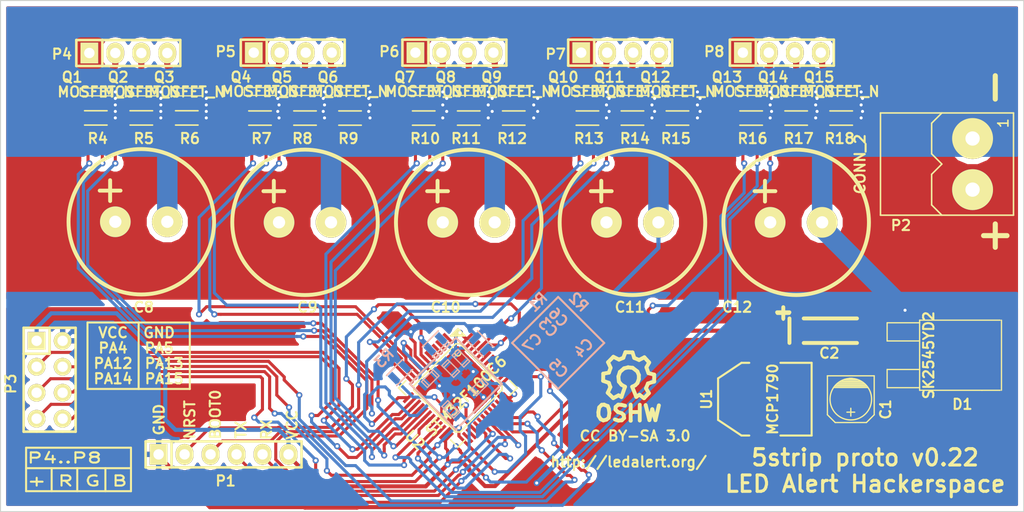
<source format=kicad_pcb>
(kicad_pcb (version 4) (host pcbnew "(2015-03-27 BZR 5543)-product")
  (layers (0 F.Cu signal) (31 B.Cu signal) (34 B.Paste user) (35 F.Paste user) (36 B.SilkS user) (37 F.SilkS user) (38 B.Mask user) (39 F.Mask user) (44 Edge.Cuts user))
  (net 0 "")
  (net 1 VDD)
  (net 2 GND)
  (net 3 VCC)
  (net 4 /NRST)
  (net 5 /BOOT0)
  (net 6 /MCU_TX)
  (net 7 /MCU_RX)
  (net 8 /GPIO1)
  (net 9 /GPIO2)
  (net 10 /GPIO3)
  (net 11 /GPIO4)
  (net 12 /GPIO5)
  (net 13 /GPIO6)
  (net 14 "Net-(P4-Pad2)")
  (net 15 "Net-(P4-Pad3)")
  (net 16 "Net-(P4-Pad4)")
  (net 17 "Net-(P5-Pad2)")
  (net 18 "Net-(P5-Pad3)")
  (net 19 "Net-(P5-Pad4)")
  (net 20 "Net-(P6-Pad2)")
  (net 21 "Net-(P6-Pad3)")
  (net 22 "Net-(P6-Pad4)")
  (net 23 "Net-(P7-Pad2)")
  (net 24 "Net-(P7-Pad3)")
  (net 25 "Net-(P7-Pad4)")
  (net 26 "Net-(P8-Pad2)")
  (net 27 "Net-(P8-Pad3)")
  (net 28 "Net-(P8-Pad4)")
  (net 29 /driver1/RE)
  (net 30 /driver1/GE)
  (net 31 /driver1/BE)
  (net 32 /driver2/RE)
  (net 33 /driver2/GE)
  (net 34 /driver2/BE)
  (net 35 /driver3/RE)
  (net 36 /driver3/GE)
  (net 37 /driver3/BE)
  (net 38 /driver4/RE)
  (net 39 /driver4/GE)
  (net 40 /driver4/BE)
  (net 41 /driver5/RE)
  (net 42 /driver5/GE)
  (net 43 /driver5/BE)
  (net 44 /BOOT1)
  (net 45 "Net-(U2-Pad4)")
  (net 46 "Net-(U2-Pad5)")
  (net 47 "Net-(U2-Pad6)")
  (net 48 "Net-(U2-Pad1)")
  (net 49 "Net-(U2-Pad2)")
  (net 50 "Net-(U2-Pad3)")
  (net 51 "Net-(U2-Pad25)")
  (net 52 "Net-(U2-Pad26)")
  (net 53 "Net-(U2-Pad39)")
  (net 54 "Net-(U2-Pad40)")
  (net 55 "Net-(U2-Pad41)")
  (net 56 "Net-(U2-Pad42)")
  (net 57 "Net-(U2-Pad43)")
  (net 58 "Net-(U2-Pad46)")
  (module Capacitors_SMD:c_elec_4x5.3 (layer F.Cu) (at 181.1 98 270)
    (fp_text reference C1 (at 1 -3.4 450) (layer F.SilkS) (effects (font (thickness 0.2))))
    (fp_text value "1µF 35V" hide)
    (pad 1 smd rect (at 1.80086 0 270) (size 2.60096 1.6002) (layers F.Cu F.Paste F.Mask) (net 1 VDD))
    (pad 2 smd rect (at -1.80086 0 270) (size 2.60096 1.6002) (layers F.Cu F.Paste F.Mask) (net 2 GND))
  )
  (module Capacitors_Tantalum_SMD:TantalC_SizeA_EIA-3216_HandSoldering (layer F.Cu) (at 179.1 91.3)
    (fp_text reference C2 (at -0.1 2.2) (layer F.SilkS) (effects (font (thickness 0.2))))
    (fp_text value "1µF 6.3V" hide)
    (fp_text user + (at -4.59994 -1.80086) (layer F.SilkS) (effects (font (thickness 0.3048))))
    (pad 2 smd rect (at 1.99898 0) (size 2.99974 1.50114) (layers F.Cu F.Paste F.Mask) (net 2 GND))
    (pad 1 smd rect (at -1.99898 0) (size 2.99974 1.50114) (layers F.Cu F.Paste F.Mask) (net 3 VCC))
  )
  (module Capacitors_SMD:c_0603 (layer B.Cu) (at 142 95 135)
    (fp_text reference C3 (at -3.889087 9.545942 315) (layer B.SilkS) (effects (font (thickness 0.2)) (justify mirror)))
    (fp_text value 1µF hide)
    (pad 1 smd rect (at 0.75184 0 135) (size 0.89916 1.00076) (layers B.Cu B.Paste B.Mask) (net 3 VCC))
    (pad 2 smd rect (at -0.75184 0 135) (size 0.89916 1.00076) (layers B.Cu B.Paste B.Mask) (net 2 GND))
  )
  (module Capacitors_SMD:c_0603 (layer B.Cu) (at 144.8 96.8 45)
    (fp_text reference C4 (at 9.899495 4.525483 45) (layer B.SilkS) (effects (font (thickness 0.2)) (justify mirror)))
    (fp_text value 100nF hide)
    (pad 1 smd rect (at 0.75184 0 45) (size 0.89916 1.00076) (layers B.Cu B.Paste B.Mask) (net 3 VCC))
    (pad 2 smd rect (at -0.75184 0 45) (size 0.89916 1.00076) (layers B.Cu B.Paste B.Mask) (net 2 GND))
  )
  (module Capacitors_SMD:c_0603 (layer B.Cu) (at 142 99 315)
    (fp_text reference C5 (at 4.596194 -10.253048 495) (layer B.SilkS) (effects (font (thickness 0.2)) (justify mirror)))
    (fp_text value 100nF hide)
    (pad 1 smd rect (at 0.75184 0 315) (size 0.89916 1.00076) (layers B.Cu B.Paste B.Mask) (net 3 VCC))
    (pad 2 smd rect (at -0.75184 0 315) (size 0.89916 1.00076) (layers B.Cu B.Paste B.Mask) (net 2 GND))
  )
  (module Capacitors_SMD:c_0603 (layer B.Cu) (at 143 94 135)
    (fp_text reference C6 (at -3.889087 9.545942 135) (layer B.SilkS) (effects (font (thickness 0.2)) (justify mirror)))
    (fp_text value 100nF hide)
    (pad 1 smd rect (at 0.75184 0 135) (size 0.89916 1.00076) (layers B.Cu B.Paste B.Mask) (net 3 VCC))
    (pad 2 smd rect (at -0.75184 0 135) (size 0.89916 1.00076) (layers B.Cu B.Paste B.Mask) (net 2 GND))
  )
  (module Capacitors_SMD:c_0603 (layer B.Cu) (at 140 96 225)
    (fp_text reference C7 (at -9.545942 -4.596194 225) (layer B.SilkS) (effects (font (thickness 0.2)) (justify mirror)))
    (fp_text value 100nF hide)
    (pad 1 smd rect (at 0.75184 0 225) (size 0.89916 1.00076) (layers B.Cu B.Paste B.Mask) (net 3 VCC))
    (pad 2 smd rect (at -0.75184 0 225) (size 0.89916 1.00076) (layers B.Cu B.Paste B.Mask) (net 2 GND))
  )
  (module Pin_Headers:Pin_Header_Straight_1x06 (layer F.Cu) (at 119.8 103.4)
    (fp_text reference P1 (at 0.2 2.6) (layer F.SilkS) (effects (font (thickness 0.2))))
    (fp_text value CONN_6 hide)
    (pad 1 thru_hole rect (at -6.35 0) (size 1.7272 2.032) (drill 1.016) (layers *.Cu *.Mask F.SilkS) (net 2 GND))
    (pad 2 thru_hole oval (at -3.81 0) (size 1.7272 2.032) (drill 1.016) (layers *.Cu *.Mask F.SilkS) (net 4 /NRST))
    (pad 3 thru_hole oval (at -1.27 0) (size 1.7272 2.032) (drill 1.016) (layers *.Cu *.Mask F.SilkS) (net 5 /BOOT0))
    (pad 4 thru_hole oval (at 1.27 0) (size 1.7272 2.032) (drill 1.016) (layers *.Cu *.Mask F.SilkS) (net 6 /MCU_TX))
    (pad 5 thru_hole oval (at 3.81 0) (size 1.7272 2.032) (drill 1.016) (layers *.Cu *.Mask F.SilkS) (net 7 /MCU_RX))
    (pad 6 thru_hole oval (at 6.35 0) (size 1.7272 2.032) (drill 1.016) (layers *.Cu *.Mask F.SilkS) (net 3 VCC))
  )
  (module Pin_Headers:Pin_Header_Straight_2x04 (layer F.Cu) (at 102.8 96.1 270)
    (fp_text reference P3 (at 0.4 3.8 270) (layer F.SilkS) (effects (font (thickness 0.2))))
    (fp_text value CONN_4X2 hide)
    (pad 1 thru_hole rect (at -3.81 1.27 270) (size 1.7272 1.7272) (drill 1.016) (layers *.Cu *.Mask F.SilkS) (net 3 VCC))
    (pad 2 thru_hole oval (at -3.81 -1.27 270) (size 1.7272 1.7272) (drill 1.016) (layers *.Cu *.Mask F.SilkS) (net 2 GND))
    (pad 3 thru_hole oval (at -1.27 1.27 270) (size 1.7272 1.7272) (drill 1.016) (layers *.Cu *.Mask F.SilkS) (net 8 /GPIO1))
    (pad 4 thru_hole oval (at -1.27 -1.27 270) (size 1.7272 1.7272) (drill 1.016) (layers *.Cu *.Mask F.SilkS) (net 9 /GPIO2))
    (pad 5 thru_hole oval (at 1.27 1.27 270) (size 1.7272 1.7272) (drill 1.016) (layers *.Cu *.Mask F.SilkS) (net 10 /GPIO3))
    (pad 6 thru_hole oval (at 1.27 -1.27 270) (size 1.7272 1.7272) (drill 1.016) (layers *.Cu *.Mask F.SilkS) (net 11 /GPIO4))
    (pad 7 thru_hole oval (at 3.81 1.27 270) (size 1.7272 1.7272) (drill 1.016) (layers *.Cu *.Mask F.SilkS) (net 12 /GPIO5))
    (pad 8 thru_hole oval (at 3.81 -1.27 270) (size 1.7272 1.7272) (drill 1.016) (layers *.Cu *.Mask F.SilkS) (net 13 /GPIO6))
  )
  (module Pin_Headers:Pin_Header_Straight_1x04 (layer F.Cu) (at 110.49 64.135)
    (fp_text reference P4 (at -6.49 0.115) (layer F.SilkS) (effects (font (thickness 0.2))))
    (fp_text value CONN_4 hide)
    (pad 1 thru_hole rect (at -3.81 0) (size 1.7272 2.032) (drill 1.016) (layers *.Cu *.Mask F.SilkS) (net 1 VDD))
    (pad 2 thru_hole oval (at -1.27 0) (size 1.7272 2.032) (drill 1.016) (layers *.Cu *.Mask F.SilkS) (net 14 "Net-(P4-Pad2)"))
    (pad 3 thru_hole oval (at 1.27 0) (size 1.7272 2.032) (drill 1.016) (layers *.Cu *.Mask F.SilkS) (net 15 "Net-(P4-Pad3)"))
    (pad 4 thru_hole oval (at 3.81 0) (size 1.7272 2.032) (drill 1.016) (layers *.Cu *.Mask F.SilkS) (net 16 "Net-(P4-Pad4)"))
  )
  (module Pin_Headers:Pin_Header_Straight_1x04 (layer F.Cu) (at 126.56 64.1)
    (fp_text reference P5 (at -6.56 -0.1) (layer F.SilkS) (effects (font (thickness 0.2))))
    (fp_text value CONN_4 hide)
    (pad 1 thru_hole rect (at -3.81 0) (size 1.7272 2.032) (drill 1.016) (layers *.Cu *.Mask F.SilkS) (net 1 VDD))
    (pad 2 thru_hole oval (at -1.27 0) (size 1.7272 2.032) (drill 1.016) (layers *.Cu *.Mask F.SilkS) (net 17 "Net-(P5-Pad2)"))
    (pad 3 thru_hole oval (at 1.27 0) (size 1.7272 2.032) (drill 1.016) (layers *.Cu *.Mask F.SilkS) (net 18 "Net-(P5-Pad3)"))
    (pad 4 thru_hole oval (at 3.81 0) (size 1.7272 2.032) (drill 1.016) (layers *.Cu *.Mask F.SilkS) (net 19 "Net-(P5-Pad4)"))
  )
  (module Pin_Headers:Pin_Header_Straight_1x04 (layer F.Cu) (at 142.36 64.1)
    (fp_text reference P6 (at -6.36 -0.1) (layer F.SilkS) (effects (font (thickness 0.2))))
    (fp_text value CONN_4 hide)
    (pad 1 thru_hole rect (at -3.81 0) (size 1.7272 2.032) (drill 1.016) (layers *.Cu *.Mask F.SilkS) (net 1 VDD))
    (pad 2 thru_hole oval (at -1.27 0) (size 1.7272 2.032) (drill 1.016) (layers *.Cu *.Mask F.SilkS) (net 20 "Net-(P6-Pad2)"))
    (pad 3 thru_hole oval (at 1.27 0) (size 1.7272 2.032) (drill 1.016) (layers *.Cu *.Mask F.SilkS) (net 21 "Net-(P6-Pad3)"))
    (pad 4 thru_hole oval (at 3.81 0) (size 1.7272 2.032) (drill 1.016) (layers *.Cu *.Mask F.SilkS) (net 22 "Net-(P6-Pad4)"))
  )
  (module Pin_Headers:Pin_Header_Straight_1x04 (layer F.Cu) (at 158.56 64.1)
    (fp_text reference P7 (at -6.31 0.15) (layer F.SilkS) (effects (font (thickness 0.2))))
    (fp_text value CONN_4 hide)
    (pad 1 thru_hole rect (at -3.81 0) (size 1.7272 2.032) (drill 1.016) (layers *.Cu *.Mask F.SilkS) (net 1 VDD))
    (pad 2 thru_hole oval (at -1.27 0) (size 1.7272 2.032) (drill 1.016) (layers *.Cu *.Mask F.SilkS) (net 23 "Net-(P7-Pad2)"))
    (pad 3 thru_hole oval (at 1.27 0) (size 1.7272 2.032) (drill 1.016) (layers *.Cu *.Mask F.SilkS) (net 24 "Net-(P7-Pad3)"))
    (pad 4 thru_hole oval (at 3.81 0) (size 1.7272 2.032) (drill 1.016) (layers *.Cu *.Mask F.SilkS) (net 25 "Net-(P7-Pad4)"))
  )
  (module Pin_Headers:Pin_Header_Straight_1x04 (layer F.Cu) (at 174.36 64.1)
    (fp_text reference P8 (at -6.61 -0.1) (layer F.SilkS) (effects (font (thickness 0.2))))
    (fp_text value CONN_4 hide)
    (pad 1 thru_hole rect (at -3.81 0) (size 1.7272 2.032) (drill 1.016) (layers *.Cu *.Mask F.SilkS) (net 1 VDD))
    (pad 2 thru_hole oval (at -1.27 0) (size 1.7272 2.032) (drill 1.016) (layers *.Cu *.Mask F.SilkS) (net 26 "Net-(P8-Pad2)"))
    (pad 3 thru_hole oval (at 1.27 0) (size 1.7272 2.032) (drill 1.016) (layers *.Cu *.Mask F.SilkS) (net 27 "Net-(P8-Pad3)"))
    (pad 4 thru_hole oval (at 3.81 0) (size 1.7272 2.032) (drill 1.016) (layers *.Cu *.Mask F.SilkS) (net 28 "Net-(P8-Pad4)"))
  )
  (module SMD_Packages:SOT-23-GDS (layer F.Cu) (at 107.315 67.945 180)
    (fp_text reference Q1 (at 2.315 1.445 180) (layer F.SilkS) (effects (font (thickness 0.2))))
    (fp_text value MOSFET_N (at 0 0 180) (layer F.SilkS) (effects (font (thickness 0.2))))
    (pad S smd rect (at -0.889 -1.016 180) (size 0.9144 0.9144) (layers F.Cu F.Paste F.Mask) (net 2 GND))
    (pad G smd rect (at 0.889 -1.016 180) (size 0.9144 0.9144) (layers F.Cu F.Paste F.Mask) (net 29 /driver1/RE))
    (pad D smd rect (at 0 1.016 180) (size 0.9144 0.9144) (layers F.Cu F.Paste F.Mask) (net 14 "Net-(P4-Pad2)"))
  )
  (module SMD_Packages:SOT-23-GDS (layer F.Cu) (at 111.76 67.945 180)
    (fp_text reference Q2 (at 2.26 1.445 180) (layer F.SilkS) (effects (font (thickness 0.2))))
    (fp_text value MOSFET_N (at 0 0 180) (layer F.SilkS) (effects (font (thickness 0.2))))
    (pad S smd rect (at -0.889 -1.016 180) (size 0.9144 0.9144) (layers F.Cu F.Paste F.Mask) (net 2 GND))
    (pad G smd rect (at 0.889 -1.016 180) (size 0.9144 0.9144) (layers F.Cu F.Paste F.Mask) (net 30 /driver1/GE))
    (pad D smd rect (at 0 1.016 180) (size 0.9144 0.9144) (layers F.Cu F.Paste F.Mask) (net 15 "Net-(P4-Pad3)"))
  )
  (module SMD_Packages:SOT-23-GDS (layer F.Cu) (at 116.205 67.945 180)
    (fp_text reference Q3 (at 2.205 1.445 180) (layer F.SilkS) (effects (font (thickness 0.2))))
    (fp_text value MOSFET_N (at 0 0 180) (layer F.SilkS) (effects (font (thickness 0.2))))
    (pad S smd rect (at -0.889 -1.016 180) (size 0.9144 0.9144) (layers F.Cu F.Paste F.Mask) (net 2 GND))
    (pad G smd rect (at 0.889 -1.016 180) (size 0.9144 0.9144) (layers F.Cu F.Paste F.Mask) (net 31 /driver1/BE))
    (pad D smd rect (at 0 1.016 180) (size 0.9144 0.9144) (layers F.Cu F.Paste F.Mask) (net 16 "Net-(P4-Pad4)"))
  )
  (module SMD_Packages:SOT-23-GDS (layer F.Cu) (at 123.36 67.9 180)
    (fp_text reference Q4 (at 1.86 1.4 180) (layer F.SilkS) (effects (font (thickness 0.2))))
    (fp_text value MOSFET_N (at 0 0 180) (layer F.SilkS) (effects (font (thickness 0.2))))
    (pad S smd rect (at -0.889 -1.016 180) (size 0.9144 0.9144) (layers F.Cu F.Paste F.Mask) (net 2 GND))
    (pad G smd rect (at 0.889 -1.016 180) (size 0.9144 0.9144) (layers F.Cu F.Paste F.Mask) (net 32 /driver2/RE))
    (pad D smd rect (at 0 1.016 180) (size 0.9144 0.9144) (layers F.Cu F.Paste F.Mask) (net 17 "Net-(P5-Pad2)"))
  )
  (module SMD_Packages:SOT-23-GDS (layer F.Cu) (at 127.76 67.9 180)
    (fp_text reference Q5 (at 2.26 1.4 180) (layer F.SilkS) (effects (font (thickness 0.2))))
    (fp_text value MOSFET_N (at 0 0 180) (layer F.SilkS) (effects (font (thickness 0.2))))
    (pad S smd rect (at -0.889 -1.016 180) (size 0.9144 0.9144) (layers F.Cu F.Paste F.Mask) (net 2 GND))
    (pad G smd rect (at 0.889 -1.016 180) (size 0.9144 0.9144) (layers F.Cu F.Paste F.Mask) (net 33 /driver2/GE))
    (pad D smd rect (at 0 1.016 180) (size 0.9144 0.9144) (layers F.Cu F.Paste F.Mask) (net 18 "Net-(P5-Pad3)"))
  )
  (module SMD_Packages:SOT-23-GDS (layer F.Cu) (at 132.16 67.9 180)
    (fp_text reference Q6 (at 2.16 1.4 180) (layer F.SilkS) (effects (font (thickness 0.2))))
    (fp_text value MOSFET_N (at 0 0 180) (layer F.SilkS) (effects (font (thickness 0.2))))
    (pad S smd rect (at -0.889 -1.016 180) (size 0.9144 0.9144) (layers F.Cu F.Paste F.Mask) (net 2 GND))
    (pad G smd rect (at 0.889 -1.016 180) (size 0.9144 0.9144) (layers F.Cu F.Paste F.Mask) (net 34 /driver2/BE))
    (pad D smd rect (at 0 1.016 180) (size 0.9144 0.9144) (layers F.Cu F.Paste F.Mask) (net 19 "Net-(P5-Pad4)"))
  )
  (module SMD_Packages:SOT-23-GDS (layer F.Cu) (at 139.36 67.9 180)
    (fp_text reference Q7 (at 1.86 1.4 180) (layer F.SilkS) (effects (font (thickness 0.2))))
    (fp_text value MOSFET_N (at 0 0 180) (layer F.SilkS) (effects (font (thickness 0.2))))
    (pad S smd rect (at -0.889 -1.016 180) (size 0.9144 0.9144) (layers F.Cu F.Paste F.Mask) (net 2 GND))
    (pad G smd rect (at 0.889 -1.016 180) (size 0.9144 0.9144) (layers F.Cu F.Paste F.Mask) (net 35 /driver3/RE))
    (pad D smd rect (at 0 1.016 180) (size 0.9144 0.9144) (layers F.Cu F.Paste F.Mask) (net 20 "Net-(P6-Pad2)"))
  )
  (module SMD_Packages:SOT-23-GDS (layer F.Cu) (at 143.76 67.9 180)
    (fp_text reference Q8 (at 2.26 1.4 180) (layer F.SilkS) (effects (font (thickness 0.2))))
    (fp_text value MOSFET_N (at 0 0 180) (layer F.SilkS) (effects (font (thickness 0.2))))
    (pad S smd rect (at -0.889 -1.016 180) (size 0.9144 0.9144) (layers F.Cu F.Paste F.Mask) (net 2 GND))
    (pad G smd rect (at 0.889 -1.016 180) (size 0.9144 0.9144) (layers F.Cu F.Paste F.Mask) (net 36 /driver3/GE))
    (pad D smd rect (at 0 1.016 180) (size 0.9144 0.9144) (layers F.Cu F.Paste F.Mask) (net 21 "Net-(P6-Pad3)"))
  )
  (module SMD_Packages:SOT-23-GDS (layer F.Cu) (at 148.16 67.9 180)
    (fp_text reference Q9 (at 2.16 1.4 180) (layer F.SilkS) (effects (font (thickness 0.2))))
    (fp_text value MOSFET_N (at 0 0 180) (layer F.SilkS) (effects (font (thickness 0.2))))
    (pad S smd rect (at -0.889 -1.016 180) (size 0.9144 0.9144) (layers F.Cu F.Paste F.Mask) (net 2 GND))
    (pad G smd rect (at 0.889 -1.016 180) (size 0.9144 0.9144) (layers F.Cu F.Paste F.Mask) (net 37 /driver3/BE))
    (pad D smd rect (at 0 1.016 180) (size 0.9144 0.9144) (layers F.Cu F.Paste F.Mask) (net 22 "Net-(P6-Pad4)"))
  )
  (module SMD_Packages:SOT-23-GDS (layer F.Cu) (at 155.36 67.9 180)
    (fp_text reference Q10 (at 2.36 1.4 180) (layer F.SilkS) (effects (font (thickness 0.2))))
    (fp_text value MOSFET_N (at 0 0 180) (layer F.SilkS) (effects (font (thickness 0.2))))
    (pad S smd rect (at -0.889 -1.016 180) (size 0.9144 0.9144) (layers F.Cu F.Paste F.Mask) (net 2 GND))
    (pad G smd rect (at 0.889 -1.016 180) (size 0.9144 0.9144) (layers F.Cu F.Paste F.Mask) (net 38 /driver4/RE))
    (pad D smd rect (at 0 1.016 180) (size 0.9144 0.9144) (layers F.Cu F.Paste F.Mask) (net 23 "Net-(P7-Pad2)"))
  )
  (module SMD_Packages:SOT-23-GDS (layer F.Cu) (at 159.76 67.9 180)
    (fp_text reference Q11 (at 2.26 1.4 180) (layer F.SilkS) (effects (font (thickness 0.2))))
    (fp_text value MOSFET_N (at 0 0 180) (layer F.SilkS) (effects (font (thickness 0.2))))
    (pad S smd rect (at -0.889 -1.016 180) (size 0.9144 0.9144) (layers F.Cu F.Paste F.Mask) (net 2 GND))
    (pad G smd rect (at 0.889 -1.016 180) (size 0.9144 0.9144) (layers F.Cu F.Paste F.Mask) (net 39 /driver4/GE))
    (pad D smd rect (at 0 1.016 180) (size 0.9144 0.9144) (layers F.Cu F.Paste F.Mask) (net 24 "Net-(P7-Pad3)"))
  )
  (module SMD_Packages:SOT-23-GDS (layer F.Cu) (at 164.16 67.9 180)
    (fp_text reference Q12 (at 2.16 1.4 180) (layer F.SilkS) (effects (font (thickness 0.2))))
    (fp_text value MOSFET_N (at 0 0 180) (layer F.SilkS) (effects (font (thickness 0.2))))
    (pad S smd rect (at -0.889 -1.016 180) (size 0.9144 0.9144) (layers F.Cu F.Paste F.Mask) (net 2 GND))
    (pad G smd rect (at 0.889 -1.016 180) (size 0.9144 0.9144) (layers F.Cu F.Paste F.Mask) (net 40 /driver4/BE))
    (pad D smd rect (at 0 1.016 180) (size 0.9144 0.9144) (layers F.Cu F.Paste F.Mask) (net 25 "Net-(P7-Pad4)"))
  )
  (module SMD_Packages:SOT-23-GDS (layer F.Cu) (at 171.36 67.9 180)
    (fp_text reference Q13 (at 2.36 1.4 180) (layer F.SilkS) (effects (font (thickness 0.2))))
    (fp_text value MOSFET_N (at 0 0 180) (layer F.SilkS) (effects (font (thickness 0.2))))
    (pad S smd rect (at -0.889 -1.016 180) (size 0.9144 0.9144) (layers F.Cu F.Paste F.Mask) (net 2 GND))
    (pad G smd rect (at 0.889 -1.016 180) (size 0.9144 0.9144) (layers F.Cu F.Paste F.Mask) (net 41 /driver5/RE))
    (pad D smd rect (at 0 1.016 180) (size 0.9144 0.9144) (layers F.Cu F.Paste F.Mask) (net 26 "Net-(P8-Pad2)"))
  )
  (module SMD_Packages:SOT-23-GDS (layer F.Cu) (at 175.76 67.9 180)
    (fp_text reference Q14 (at 2.26 1.4 180) (layer F.SilkS) (effects (font (thickness 0.2))))
    (fp_text value MOSFET_N (at 0 0 180) (layer F.SilkS) (effects (font (thickness 0.2))))
    (pad S smd rect (at -0.889 -1.016 180) (size 0.9144 0.9144) (layers F.Cu F.Paste F.Mask) (net 2 GND))
    (pad G smd rect (at 0.889 -1.016 180) (size 0.9144 0.9144) (layers F.Cu F.Paste F.Mask) (net 42 /driver5/GE))
    (pad D smd rect (at 0 1.016 180) (size 0.9144 0.9144) (layers F.Cu F.Paste F.Mask) (net 27 "Net-(P8-Pad3)"))
  )
  (module SMD_Packages:SOT-23-GDS (layer F.Cu) (at 180.16 67.9 180)
    (fp_text reference Q15 (at 2.16 1.4 180) (layer F.SilkS) (effects (font (thickness 0.2))))
    (fp_text value MOSFET_N (at 0 0 180) (layer F.SilkS) (effects (font (thickness 0.2))))
    (pad S smd rect (at -0.889 -1.016 180) (size 0.9144 0.9144) (layers F.Cu F.Paste F.Mask) (net 2 GND))
    (pad G smd rect (at 0.889 -1.016 180) (size 0.9144 0.9144) (layers F.Cu F.Paste F.Mask) (net 43 /driver5/BE))
    (pad D smd rect (at 0 1.016 180) (size 0.9144 0.9144) (layers F.Cu F.Paste F.Mask) (net 28 "Net-(P8-Pad4)"))
  )
  (module Resistors_SMD:R_0603 (layer B.Cu) (at 140.5 92.6 225)
    (fp_text reference R1 (at -9.970206 -4.17193 405) (layer B.SilkS) (effects (font (thickness 0.2)) (justify mirror)))
    (fp_text value 10kΩ hide)
    (pad 1 smd rect (at -0.762 0 225) (size 0.635 1.143) (layers B.Cu B.Paste B.Mask) (net 3 VCC))
    (pad 2 smd rect (at 0.762 0 225) (size 0.635 1.143) (layers B.Cu B.Paste B.Mask) (net 4 /NRST))
  )
  (module Resistors_SMD:R_0603 (layer B.Cu) (at 144.9 92.6 135)
    (fp_text reference R2 (at -3.889087 9.687363 315) (layer B.SilkS) (effects (font (thickness 0.2)) (justify mirror)))
    (fp_text value 10kΩ hide)
    (pad 1 smd rect (at -0.762 0 135) (size 0.635 1.143) (layers B.Cu B.Paste B.Mask) (net 5 /BOOT0))
    (pad 2 smd rect (at 0.762 0 135) (size 0.635 1.143) (layers B.Cu B.Paste B.Mask) (net 2 GND))
  )
  (module Resistors_SMD:R_0603 (layer B.Cu) (at 137 95.4 45)
    (fp_text reference R3 (at -0.070711 -2.05061 225) (layer B.SilkS) (effects (font (thickness 0.2)) (justify mirror)))
    (fp_text value 10kΩ hide)
    (pad 1 smd rect (at -0.762 0 45) (size 0.635 1.143) (layers B.Cu B.Paste B.Mask) (net 44 /BOOT1))
    (pad 2 smd rect (at 0.762 0 45) (size 0.635 1.143) (layers B.Cu B.Paste B.Mask) (net 2 GND))
  )
  (module Resistors_SMD:R_0603 (layer F.Cu) (at 107.315 70.485)
    (fp_text reference R4 (at 0.185 2.015 180) (layer F.SilkS) (effects (font (thickness 0.2))))
    (fp_text value R hide)
    (pad 1 smd rect (at -0.762 0) (size 0.635 1.143) (layers F.Cu F.Paste F.Mask) (net 29 /driver1/RE))
    (pad 2 smd rect (at 0.762 0) (size 0.635 1.143) (layers F.Cu F.Paste F.Mask) (net 2 GND))
  )
  (module Resistors_SMD:R_0603 (layer F.Cu) (at 111.76 70.485)
    (fp_text reference R5 (at 0.24 2.015 180) (layer F.SilkS) (effects (font (thickness 0.2))))
    (fp_text value R hide)
    (pad 1 smd rect (at -0.762 0) (size 0.635 1.143) (layers F.Cu F.Paste F.Mask) (net 30 /driver1/GE))
    (pad 2 smd rect (at 0.762 0) (size 0.635 1.143) (layers F.Cu F.Paste F.Mask) (net 2 GND))
  )
  (module Resistors_SMD:R_0603 (layer F.Cu) (at 116.205 70.485)
    (fp_text reference R6 (at 0.295 2.015 180) (layer F.SilkS) (effects (font (thickness 0.2))))
    (fp_text value R hide)
    (pad 1 smd rect (at -0.762 0) (size 0.635 1.143) (layers F.Cu F.Paste F.Mask) (net 31 /driver1/BE))
    (pad 2 smd rect (at 0.762 0) (size 0.635 1.143) (layers F.Cu F.Paste F.Mask) (net 2 GND))
  )
  (module Resistors_SMD:R_0603 (layer F.Cu) (at 123.36 70.5)
    (fp_text reference R7 (at 0.14 2 180) (layer F.SilkS) (effects (font (thickness 0.2))))
    (fp_text value R hide)
    (pad 1 smd rect (at -0.762 0) (size 0.635 1.143) (layers F.Cu F.Paste F.Mask) (net 32 /driver2/RE))
    (pad 2 smd rect (at 0.762 0) (size 0.635 1.143) (layers F.Cu F.Paste F.Mask) (net 2 GND))
  )
  (module Resistors_SMD:R_0603 (layer F.Cu) (at 127.76 70.5)
    (fp_text reference R8 (at -0.26 2 180) (layer F.SilkS) (effects (font (thickness 0.2))))
    (fp_text value R hide)
    (pad 1 smd rect (at -0.762 0) (size 0.635 1.143) (layers F.Cu F.Paste F.Mask) (net 33 /driver2/GE))
    (pad 2 smd rect (at 0.762 0) (size 0.635 1.143) (layers F.Cu F.Paste F.Mask) (net 2 GND))
  )
  (module Resistors_SMD:R_0603 (layer F.Cu) (at 132.16 70.5)
    (fp_text reference R9 (at -0.16 2 180) (layer F.SilkS) (effects (font (thickness 0.2))))
    (fp_text value R hide)
    (pad 1 smd rect (at -0.762 0) (size 0.635 1.143) (layers F.Cu F.Paste F.Mask) (net 34 /driver2/BE))
    (pad 2 smd rect (at 0.762 0) (size 0.635 1.143) (layers F.Cu F.Paste F.Mask) (net 2 GND))
  )
  (module Resistors_SMD:R_0603 (layer F.Cu) (at 139.36 70.5)
    (fp_text reference R10 (at 0.14 2 180) (layer F.SilkS) (effects (font (thickness 0.2))))
    (fp_text value R hide)
    (pad 1 smd rect (at -0.762 0) (size 0.635 1.143) (layers F.Cu F.Paste F.Mask) (net 35 /driver3/RE))
    (pad 2 smd rect (at 0.762 0) (size 0.635 1.143) (layers F.Cu F.Paste F.Mask) (net 2 GND))
  )
  (module Resistors_SMD:R_0603 (layer F.Cu) (at 143.76 70.5)
    (fp_text reference R11 (at -0.26 2 180) (layer F.SilkS) (effects (font (thickness 0.2))))
    (fp_text value R hide)
    (pad 1 smd rect (at -0.762 0) (size 0.635 1.143) (layers F.Cu F.Paste F.Mask) (net 36 /driver3/GE))
    (pad 2 smd rect (at 0.762 0) (size 0.635 1.143) (layers F.Cu F.Paste F.Mask) (net 2 GND))
  )
  (module Resistors_SMD:R_0603 (layer F.Cu) (at 148.16 70.5)
    (fp_text reference R12 (at -0.16 2 180) (layer F.SilkS) (effects (font (thickness 0.2))))
    (fp_text value R hide)
    (pad 1 smd rect (at -0.762 0) (size 0.635 1.143) (layers F.Cu F.Paste F.Mask) (net 37 /driver3/BE))
    (pad 2 smd rect (at 0.762 0) (size 0.635 1.143) (layers F.Cu F.Paste F.Mask) (net 2 GND))
  )
  (module Resistors_SMD:R_0603 (layer F.Cu) (at 155.36 70.5)
    (fp_text reference R13 (at 0.14 2 180) (layer F.SilkS) (effects (font (thickness 0.2))))
    (fp_text value R hide)
    (pad 1 smd rect (at -0.762 0) (size 0.635 1.143) (layers F.Cu F.Paste F.Mask) (net 38 /driver4/RE))
    (pad 2 smd rect (at 0.762 0) (size 0.635 1.143) (layers F.Cu F.Paste F.Mask) (net 2 GND))
  )
  (module Resistors_SMD:R_0603 (layer F.Cu) (at 159.76 70.5)
    (fp_text reference R14 (at 0.24 2 180) (layer F.SilkS) (effects (font (thickness 0.2))))
    (fp_text value R hide)
    (pad 1 smd rect (at -0.762 0) (size 0.635 1.143) (layers F.Cu F.Paste F.Mask) (net 39 /driver4/GE))
    (pad 2 smd rect (at 0.762 0) (size 0.635 1.143) (layers F.Cu F.Paste F.Mask) (net 2 GND))
  )
  (module Resistors_SMD:R_0603 (layer F.Cu) (at 164.16 70.5)
    (fp_text reference R15 (at -0.16 2 180) (layer F.SilkS) (effects (font (thickness 0.2))))
    (fp_text value R hide)
    (pad 1 smd rect (at -0.762 0) (size 0.635 1.143) (layers F.Cu F.Paste F.Mask) (net 40 /driver4/BE))
    (pad 2 smd rect (at 0.762 0) (size 0.635 1.143) (layers F.Cu F.Paste F.Mask) (net 2 GND))
  )
  (module Resistors_SMD:R_0603 (layer F.Cu) (at 171.36 70.5)
    (fp_text reference R16 (at 0.14 2 180) (layer F.SilkS) (effects (font (thickness 0.2))))
    (fp_text value R hide)
    (pad 1 smd rect (at -0.762 0) (size 0.635 1.143) (layers F.Cu F.Paste F.Mask) (net 41 /driver5/RE))
    (pad 2 smd rect (at 0.762 0) (size 0.635 1.143) (layers F.Cu F.Paste F.Mask) (net 2 GND))
  )
  (module Resistors_SMD:R_0603 (layer F.Cu) (at 175.76 70.5)
    (fp_text reference R17 (at 0.24 2 180) (layer F.SilkS) (effects (font (thickness 0.2))))
    (fp_text value R hide)
    (pad 1 smd rect (at -0.762 0) (size 0.635 1.143) (layers F.Cu F.Paste F.Mask) (net 42 /driver5/GE))
    (pad 2 smd rect (at 0.762 0) (size 0.635 1.143) (layers F.Cu F.Paste F.Mask) (net 2 GND))
  )
  (module Resistors_SMD:R_0603 (layer F.Cu) (at 180.16 70.5)
    (fp_text reference R18 (at -0.16 2 180) (layer F.SilkS) (effects (font (thickness 0.2))))
    (fp_text value R hide)
    (pad 1 smd rect (at -0.762 0) (size 0.635 1.143) (layers F.Cu F.Paste F.Mask) (net 43 /driver5/BE))
    (pad 2 smd rect (at 0.762 0) (size 0.635 1.143) (layers F.Cu F.Paste F.Mask) (net 2 GND))
  )
  (module SMD_Packages:SOT-223 (layer F.Cu) (at 172.7 98 90)
    (fp_text reference U1 (at 0 -5.7 270) (layer F.SilkS) (effects (font (thickness 0.2))))
    (fp_text value MCP1790 (at 0 0.762 90) (layer F.SilkS) (effects (font (thickness 0.2))))
    (pad 4 smd rect (at 0 -3.302 90) (size 3.6576 2.032) (layers F.Cu F.Paste F.Mask))
    (pad 2 smd rect (at 0 3.302 90) (size 1.016 2.032) (layers F.Cu F.Paste F.Mask) (net 2 GND))
    (pad 3 smd rect (at 2.286 3.302 90) (size 1.016 2.032) (layers F.Cu F.Paste F.Mask) (net 3 VCC))
    (pad 1 smd rect (at -2.286 3.302 90) (size 1.016 2.032) (layers F.Cu F.Paste F.Mask) (net 1 VDD))
  )
  (module Housings_QFP:lqfp-48 (layer F.Cu) (at 142.7 96.9 225)
    (fp_text reference U2 (at 6.576093 -0.636396 495) (layer F.SilkS) (effects (font (thickness 0.2))))
    (fp_text value STM32F100C6 (at 0 -1.143 225) (layer F.SilkS) (effects (font (thickness 0.2))))
    (pad 4 smd rect (at -1.24968 4.09956 225) (size 0.29972 1.30048) (layers F.Cu F.Paste F.Mask) (net 45 "Net-(U2-Pad4)"))
    (pad 5 smd rect (at -0.7493 4.09956 225) (size 0.29972 1.30048) (layers F.Cu F.Paste F.Mask) (net 46 "Net-(U2-Pad5)"))
    (pad 6 smd rect (at -0.24892 4.09956 225) (size 0.29972 1.30048) (layers F.Cu F.Paste F.Mask) (net 47 "Net-(U2-Pad6)"))
    (pad 7 smd rect (at 0.24892 4.09956 225) (size 0.29972 1.30048) (layers F.Cu F.Paste F.Mask) (net 4 /NRST))
    (pad 8 smd rect (at 0.7493 4.09956 225) (size 0.29972 1.30048) (layers F.Cu F.Paste F.Mask) (net 2 GND))
    (pad 1 smd rect (at -2.75082 4.09956 225) (size 0.29972 1.30048) (layers F.Cu F.Paste F.Mask) (net 48 "Net-(U2-Pad1)"))
    (pad 2 smd rect (at -2.25044 4.09956 225) (size 0.29972 1.30048) (layers F.Cu F.Paste F.Mask) (net 49 "Net-(U2-Pad2)"))
    (pad 3 smd rect (at -1.75006 4.09956 225) (size 0.29972 1.30048) (layers F.Cu F.Paste F.Mask) (net 50 "Net-(U2-Pad3)"))
    (pad 13 smd rect (at 4.09956 2.75082 225) (size 1.30048 0.29972) (layers F.Cu F.Paste F.Mask) (net 39 /driver4/GE))
    (pad 14 smd rect (at 4.09956 2.25044 225) (size 1.30048 0.29972) (layers F.Cu F.Paste F.Mask) (net 8 /GPIO1))
    (pad 15 smd rect (at 4.09956 1.75006 225) (size 1.30048 0.29972) (layers F.Cu F.Paste F.Mask) (net 9 /GPIO2))
    (pad 16 smd rect (at 4.09956 1.24968 225) (size 1.30048 0.29972) (layers F.Cu F.Paste F.Mask) (net 35 /driver3/RE))
    (pad 17 smd rect (at 4.09956 0.7493 225) (size 1.30048 0.29972) (layers F.Cu F.Paste F.Mask) (net 36 /driver3/GE))
    (pad 18 smd rect (at 4.09956 0.24892 225) (size 1.30048 0.29972) (layers F.Cu F.Paste F.Mask) (net 37 /driver3/BE))
    (pad 19 smd rect (at 4.09956 -0.24892 225) (size 1.30048 0.29972) (layers F.Cu F.Paste F.Mask) (net 43 /driver5/BE))
    (pad 20 smd rect (at 4.09956 -0.7493 225) (size 1.30048 0.29972) (layers F.Cu F.Paste F.Mask) (net 44 /BOOT1))
    (pad 25 smd rect (at 2.75082 -4.09956 225) (size 0.29972 1.30048) (layers F.Cu F.Paste F.Mask) (net 51 "Net-(U2-Pad25)"))
    (pad 26 smd rect (at 2.25044 -4.09956 225) (size 0.29972 1.30048) (layers F.Cu F.Paste F.Mask) (net 52 "Net-(U2-Pad26)"))
    (pad 27 smd rect (at 1.75006 -4.09956 225) (size 0.29972 1.30048) (layers F.Cu F.Paste F.Mask) (net 30 /driver1/GE))
    (pad 28 smd rect (at 1.24968 -4.09956 225) (size 0.29972 1.30048) (layers F.Cu F.Paste F.Mask) (net 31 /driver1/BE))
    (pad 29 smd rect (at 0.7493 -4.09956 225) (size 0.29972 1.30048) (layers F.Cu F.Paste F.Mask) (net 29 /driver1/RE))
    (pad 30 smd rect (at 0.24892 -4.09956 225) (size 0.29972 1.30048) (layers F.Cu F.Paste F.Mask) (net 6 /MCU_TX))
    (pad 31 smd rect (at -0.24892 -4.09956 225) (size 0.29972 1.30048) (layers F.Cu F.Paste F.Mask) (net 7 /MCU_RX))
    (pad 32 smd rect (at -0.7493 -4.09956 225) (size 0.29972 1.30048) (layers F.Cu F.Paste F.Mask) (net 41 /driver5/RE))
    (pad 37 smd rect (at -4.09956 -2.75082 225) (size 1.30048 0.29972) (layers F.Cu F.Paste F.Mask) (net 12 /GPIO5))
    (pad 38 smd rect (at -4.09956 -2.25044 225) (size 1.30048 0.29972) (layers F.Cu F.Paste F.Mask) (net 13 /GPIO6))
    (pad 39 smd rect (at -4.09956 -1.75006 225) (size 1.30048 0.29972) (layers F.Cu F.Paste F.Mask) (net 53 "Net-(U2-Pad39)"))
    (pad 40 smd rect (at -4.09956 -1.24968 225) (size 1.30048 0.29972) (layers F.Cu F.Paste F.Mask) (net 54 "Net-(U2-Pad40)"))
    (pad 41 smd rect (at -4.09956 -0.7493 225) (size 1.30048 0.29972) (layers F.Cu F.Paste F.Mask) (net 55 "Net-(U2-Pad41)"))
    (pad 42 smd rect (at -4.09956 -0.24892 225) (size 1.30048 0.29972) (layers F.Cu F.Paste F.Mask) (net 56 "Net-(U2-Pad42)"))
    (pad 43 smd rect (at -4.09956 0.24892 225) (size 1.30048 0.29972) (layers F.Cu F.Paste F.Mask) (net 57 "Net-(U2-Pad43)"))
    (pad 44 smd rect (at -4.09956 0.7493 225) (size 1.30048 0.29972) (layers F.Cu F.Paste F.Mask) (net 5 /BOOT0))
    (pad 9 smd rect (at 1.24968 4.09956 225) (size 0.29972 1.30048) (layers F.Cu F.Paste F.Mask) (net 3 VCC))
    (pad 10 smd rect (at 1.75006 4.09956 225) (size 0.29972 1.30048) (layers F.Cu F.Paste F.Mask) (net 32 /driver2/RE))
    (pad 11 smd rect (at 2.25044 4.09956 225) (size 0.29972 1.30048) (layers F.Cu F.Paste F.Mask) (net 33 /driver2/GE))
    (pad 12 smd rect (at 2.75082 4.09956 225) (size 0.29972 1.30048) (layers F.Cu F.Paste F.Mask) (net 38 /driver4/RE))
    (pad 21 smd rect (at 4.09956 -1.24968 225) (size 1.30048 0.29972) (layers F.Cu F.Paste F.Mask) (net 34 /driver2/BE))
    (pad 22 smd rect (at 4.09956 -1.75006 225) (size 1.30048 0.29972) (layers F.Cu F.Paste F.Mask) (net 42 /driver5/GE))
    (pad 23 smd rect (at 4.09956 -2.25044 225) (size 1.30048 0.29972) (layers F.Cu F.Paste F.Mask) (net 2 GND))
    (pad 24 smd rect (at 4.09956 -2.75082 225) (size 1.30048 0.29972) (layers F.Cu F.Paste F.Mask) (net 3 VCC))
    (pad 33 smd rect (at -1.24968 -4.09956 225) (size 0.29972 1.30048) (layers F.Cu F.Paste F.Mask) (net 10 /GPIO3))
    (pad 34 smd rect (at -1.75006 -4.09956 225) (size 0.29972 1.30048) (layers F.Cu F.Paste F.Mask) (net 11 /GPIO4))
    (pad 35 smd rect (at -2.25044 -4.09956 225) (size 0.29972 1.30048) (layers F.Cu F.Paste F.Mask) (net 2 GND))
    (pad 36 smd rect (at -2.75082 -4.09956 225) (size 0.29972 1.30048) (layers F.Cu F.Paste F.Mask) (net 3 VCC))
    (pad 45 smd rect (at -4.09956 1.24968 225) (size 1.30048 0.29972) (layers F.Cu F.Paste F.Mask) (net 40 /driver4/BE))
    (pad 46 smd rect (at -4.09956 1.75006 225) (size 1.30048 0.29972) (layers F.Cu F.Paste F.Mask) (net 58 "Net-(U2-Pad46)"))
    (pad 47 smd rect (at -4.09956 2.25044 225) (size 1.30048 0.29972) (layers F.Cu F.Paste F.Mask) (net 2 GND))
    (pad 48 smd rect (at -4.09956 2.75082 225) (size 1.30048 0.29972) (layers F.Cu F.Paste F.Mask) (net 3 VCC))
  )
  (module SMD_Packages:DPAK-2 (layer F.Cu) (at 186.3 93.7 270)
    (fp_text reference D1 (at 4.8 -5.7 360) (layer F.SilkS) (effects (font (thickness 0.2))))
    (fp_text value SK2545YD2 (at 0 -2.413 270) (layer F.SilkS) (effects (font (thickness 0.2))))
    (pad 1 smd rect (at -2.286 0 270) (size 1.651 3.048) (layers F.Cu F.Paste F.Mask) (net 2 GND))
    (pad 2 smd rect (at 0 -6.35 270) (size 6.096 6.096) (layers F.Cu F.Paste F.Mask) (net 1 VDD))
    (pad 1 smd rect (at 2.286 0 270) (size 1.651 3.048) (layers F.Cu F.Paste F.Mask) (net 2 GND))
  )
  (module "tblock:terminalblock-2 5mm" (layer F.Cu) (at 193 75 270)
    (fp_text reference P2 (at 6 7 540) (layer F.SilkS) (effects (font (thickness 0.2))))
    (fp_text value CONN_2 (at 0 11 270) (layer F.SilkS) (effects (font (thickness 0.2))))
    (fp_text user 1 (at -4 -3 450) (layer F.SilkS))
    (pad 1 thru_hole circle (at -2.5 0 270) (size 4 4) (drill 1.4) (layers *.Cu *.Mask F.SilkS) (net 2 GND))
    (pad 2 thru_hole circle (at 2.5 0 270) (size 4 4) (drill 1.4) (layers *.Cu *.Mask F.SilkS) (net 1 VDD))
  )
  (module capfixed:Elko_vert_DM14_RM5 (layer F.Cu) (at 111.76 80.645)
    (fp_text reference C8 (at 0.24 8.355) (layer F.SilkS) (effects (font (thickness 0.2))))
    (fp_text value CP hide)
    (pad 2 thru_hole circle (at 2.54 0) (size 2.99974 2.99974) (drill 1.19888) (layers *.Cu *.Mask F.SilkS) (net 2 GND))
    (pad 1 thru_hole circle (at -2.54 0) (size 2.99974 2.99974) (drill 1.19888) (layers *.Cu *.Mask F.SilkS) (net 1 VDD))
  )
  (module capfixed:Elko_vert_DM14_RM5 (layer F.Cu) (at 127.76 80.7)
    (fp_text reference C9 (at 0.24 8.3) (layer F.SilkS) (effects (font (thickness 0.2))))
    (fp_text value CP hide)
    (pad 2 thru_hole circle (at 2.54 0) (size 2.99974 2.99974) (drill 1.19888) (layers *.Cu *.Mask F.SilkS) (net 2 GND))
    (pad 1 thru_hole circle (at -2.54 0) (size 2.99974 2.99974) (drill 1.19888) (layers *.Cu *.Mask F.SilkS) (net 1 VDD))
  )
  (module capfixed:Elko_vert_DM14_RM5 (layer F.Cu) (at 143.76 80.7)
    (fp_text reference C10 (at -2.26 8.3) (layer F.SilkS) (effects (font (thickness 0.2))))
    (fp_text value CP hide)
    (pad 2 thru_hole circle (at 2.54 0) (size 2.99974 2.99974) (drill 1.19888) (layers *.Cu *.Mask F.SilkS) (net 2 GND))
    (pad 1 thru_hole circle (at -2.54 0) (size 2.99974 2.99974) (drill 1.19888) (layers *.Cu *.Mask F.SilkS) (net 1 VDD))
  )
  (module capfixed:Elko_vert_DM14_RM5 (layer F.Cu) (at 159.76 80.7)
    (fp_text reference C11 (at -0.26 8.3) (layer F.SilkS) (effects (font (thickness 0.2))))
    (fp_text value CP hide)
    (pad 2 thru_hole circle (at 2.54 0) (size 2.99974 2.99974) (drill 1.19888) (layers *.Cu *.Mask F.SilkS) (net 2 GND))
    (pad 1 thru_hole circle (at -2.54 0) (size 2.99974 2.99974) (drill 1.19888) (layers *.Cu *.Mask F.SilkS) (net 1 VDD))
  )
  (module capfixed:Elko_vert_DM14_RM5 (layer F.Cu) (at 175.76 80.7)
    (fp_text reference C12 (at -5.76 8.3) (layer F.SilkS) (effects (font (thickness 0.2))))
    (fp_text value CP hide)
    (pad 2 thru_hole circle (at 2.54 0) (size 2.99974 2.99974) (drill 1.19888) (layers *.Cu *.Mask F.SilkS) (net 2 GND))
    (pad 1 thru_hole circle (at -2.54 0) (size 2.99974 2.99974) (drill 1.19888) (layers *.Cu *.Mask F.SilkS) (net 1 VDD))
  )
  (module Symbols:Symbol_OSHW-Logo_SilkScreen (layer F.Cu) (at 159.385 95.885)
    (fp_text reference SYM hide)
    (fp_text value Symbol_OSHW-Logo_SilkScreen_07Jul2012 hide)
  )
  (gr_line (start 103 104.75) (end 103 107) (angle 90) (layer F.SilkS) (width 0.2))
  (gr_line (start 105.5 104.75) (end 105.5 107) (angle 90) (layer F.SilkS) (width 0.2))
  (gr_line (start 108.25 104.75) (end 108.25 107) (angle 90) (layer F.SilkS) (width 0.2))
  (gr_line (start 100.5 104.75) (end 110.75 104.75) (angle 90) (layer F.SilkS) (width 0.2))
  (gr_line (start 110.75 102.75) (end 100.5 102.75) (angle 90) (layer F.SilkS) (width 0.2))
  (gr_line (start 110.75 107) (end 110.75 102.75) (angle 90) (layer F.SilkS) (width 0.2))
  (gr_line (start 100.5 107) (end 110.75 107) (angle 90) (layer F.SilkS) (width 0.2))
  (gr_line (start 100.5 102.75) (end 100.5 107) (angle 90) (layer F.SilkS) (width 0.2))
  (gr_text P4..P8 (at 104.25 103.75) (layer F.SilkS) (effects (font (size 1 1.5) (thickness 0.2))))
  (gr_line (start 148 92.5) (end 152.5 97) (angle 90) (layer B.SilkS) (width 0.2))
  (gr_line (start 152.5 97) (end 157 92.5) (angle 90) (layer B.SilkS) (width 0.2))
  (gr_line (start 157 92.5) (end 152.5 88) (angle 90) (layer B.SilkS) (width 0.2))
  (gr_line (start 152.5 88) (end 148 92.5) (angle 90) (layer B.SilkS) (width 0.2))
  (gr_line (start 142.5 92) (end 138 96.5) (angle 90) (layer B.SilkS) (width 0.2))
  (gr_line (start 147 96.5) (end 142.5 92) (angle 90) (layer B.SilkS) (width 0.2))
  (gr_line (start 142.5 101) (end 147 96.5) (angle 90) (layer B.SilkS) (width 0.2))
  (gr_line (start 138 96.5) (end 142.5 101) (angle 90) (layer B.SilkS) (width 0.2))
  (gr_text http://ledalert.org/ (at 159.385 104.14) (layer F.SilkS) (effects (font (size 1 1) (thickness 0.2))))
  (gr_text "CC BY-SA 3.0" (at 160.02 101.6) (layer F.SilkS) (effects (font (size 1 1) (thickness 0.2))))
  (gr_text "5strip proto v0.22\nLED Alert Hackerspace" (at 182.5 105) (layer F.SilkS) (effects (font (size 1.6 1.6) (thickness 0.3))))
  (gr_line (start 106.5 97) (end 116.5 97) (angle 90) (layer F.SilkS) (width 0.2))
  (gr_line (start 116.5 90.5) (end 106.5 90.5) (angle 90) (layer F.SilkS) (width 0.2))
  (gr_line (start 116.5 97) (end 116.5 90.5) (angle 90) (layer F.SilkS) (width 0.2))
  (gr_line (start 106.5 90.5) (end 106.5 97) (angle 90) (layer F.SilkS) (width 0.2))
  (gr_line (start 111.5 90.5) (end 111.5 97) (angle 90) (layer F.SilkS) (width 0.2))
  (gr_text PA15 (at 114 96) (layer F.SilkS) (effects (font (size 1 1) (thickness 0.2))))
  (gr_text PA13 (at 114 94.5) (layer F.SilkS) (effects (font (size 1 1) (thickness 0.2))))
  (gr_text PA5 (at 113.5 93) (layer F.SilkS) (effects (font (size 1 1) (thickness 0.2))))
  (gr_text PA14 (at 109 96) (layer F.SilkS) (effects (font (size 1 1) (thickness 0.2))))
  (gr_text PA12 (at 109 94.5) (layer F.SilkS) (effects (font (size 1 1) (thickness 0.2))))
  (gr_text PA4 (at 109 93) (layer F.SilkS) (effects (font (size 1 1) (thickness 0.2))))
  (gr_text GND (at 113.5 91.5) (layer F.SilkS) (effects (font (size 1 1) (thickness 0.2))))
  (gr_text VCC (at 109 91.5) (layer F.SilkS) (effects (font (size 1 1) (thickness 0.2))))
  (gr_text VCC (at 126.5 100.5 90) (layer F.SilkS) (effects (font (size 1 1) (thickness 0.2))))
  (gr_text RX (at 124 101 90) (layer F.SilkS) (effects (font (size 1 1) (thickness 0.2))))
  (gr_text TX (at 121.5 101 90) (layer F.SilkS) (effects (font (size 1 1) (thickness 0.2))))
  (gr_text BOOT0 (at 119 99.5 90) (layer F.SilkS) (effects (font (size 1 1) (thickness 0.2))))
  (gr_text NRST (at 116.5 100 90) (layer F.SilkS) (effects (font (size 1 1) (thickness 0.2))))
  (gr_text GND (at 113.5 100 90) (layer F.SilkS) (effects (font (size 1 1) (thickness 0.2))))
  (gr_text "+ R G B" (at 105.5 106) (layer F.SilkS) (effects (font (size 1 1.5) (thickness 0.2))))
  (gr_text + (at 195 82 90) (layer F.SilkS) (effects (font (size 3 3) (thickness 0.5)) (justify mirror)))
  (gr_text - (at 195 67.5 90) (layer F.SilkS) (effects (font (size 3 3) (thickness 0.5)) (justify mirror)))
  (gr_line (start 98 109) (end 98 59) (angle 90) (layer Edge.Cuts) (width 0.1))
  (gr_line (start 198 109) (end 98 109) (angle 90) (layer Edge.Cuts) (width 0.1))
  (gr_line (start 198 59) (end 198 109) (angle 90) (layer Edge.Cuts) (width 0.1))
  (gr_line (start 98 59) (end 198 59) (angle 90) (layer Edge.Cuts) (width 0.1))
  (segment (start 181.1 99.80086) (end 189.09914 99.80086) (width 0.4) (layer F.Cu) (net 1))
  (segment (start 189.09914 99.80086) (end 192.65 96.25) (width 0.4) (layer F.Cu) (net 1))
  (segment (start 192.65 96.25) (end 192.65 93.7) (width 0.4) (layer F.Cu) (net 1))
  (segment (start 176.002 100.286) (end 180.61486 100.286) (width 0.4) (layer F.Cu) (net 1))
  (segment (start 180.61486 100.286) (end 181.1 99.80086) (width 0.4) (layer F.Cu) (net 1))
  (segment (start 192.65 93.7) (end 192.65 86.35) (width 2) (layer F.Cu) (net 1))
  (segment (start 192.65 86.35) (end 192.7 86.3) (width 2) (layer F.Cu) (net 1))
  (segment (start 138.68 64.135) (end 137.41 64.135) (width 2) (layer F.Cu) (net 1))
  (segment (start 136.14 75.565) (end 141.22 80.645) (width 2) (layer F.Cu) (net 1))
  (segment (start 136.14 65.405) (end 136.14 75.565) (width 2) (layer F.Cu) (net 1))
  (segment (start 137.41 64.135) (end 136.14 65.405) (width 2) (layer F.Cu) (net 1))
  (segment (start 121.41 64.135) (end 120.14 65.405) (width 2) (layer F.Cu) (net 1))
  (segment (start 120.14 65.405) (end 120.14 75.565) (width 2) (layer F.Cu) (net 1))
  (segment (start 120.14 75.565) (end 125.22 80.645) (width 2) (layer F.Cu) (net 1))
  (segment (start 122.68 64.135) (end 121.41 64.135) (width 2) (layer F.Cu) (net 1))
  (segment (start 154.68 64.135) (end 153.41 64.135) (width 2) (layer F.Cu) (net 1))
  (segment (start 152.14 75.565) (end 157.22 80.645) (width 2) (layer F.Cu) (net 1))
  (segment (start 152.14 65.405) (end 152.14 75.565) (width 2) (layer F.Cu) (net 1))
  (segment (start 153.41 64.135) (end 152.14 65.405) (width 2) (layer F.Cu) (net 1))
  (segment (start 169.41 64.135) (end 168.14 65.405) (width 2) (layer F.Cu) (net 1))
  (segment (start 168.14 65.405) (end 168.14 75.565) (width 2) (layer F.Cu) (net 1))
  (segment (start 168.14 75.565) (end 173.22 80.645) (width 2) (layer F.Cu) (net 1))
  (segment (start 170.68 64.135) (end 169.41 64.135) (width 2) (layer F.Cu) (net 1))
  (segment (start 106.68 64.135) (end 105.41 64.135) (width 2) (layer F.Cu) (net 1))
  (segment (start 104.14 75.565) (end 109.22 80.645) (width 2) (layer F.Cu) (net 1))
  (segment (start 104.14 65.405) (end 104.14 75.565) (width 2) (layer F.Cu) (net 1))
  (segment (start 105.41 64.135) (end 104.14 65.405) (width 2) (layer F.Cu) (net 1))
  (segment (start 104.14 61.86) (end 105 61) (width 2) (layer F.Cu) (net 1))
  (segment (start 155 61) (end 167.45 61) (width 2) (layer F.Cu) (net 1))
  (segment (start 139 61) (end 155 61) (width 2) (layer F.Cu) (net 1))
  (segment (start 123 61) (end 139 61) (width 2) (layer F.Cu) (net 1))
  (segment (start 105 61) (end 123 61) (width 2) (layer F.Cu) (net 1))
  (segment (start 167.45 61) (end 170.55 64.1) (width 2) (layer F.Cu) (net 1))
  (segment (start 104.14 65.405) (end 104.14 61.86) (width 2) (layer F.Cu) (net 1))
  (segment (start 154.75 61) (end 155 61) (width 2) (layer F.Cu) (net 1))
  (segment (start 154.75 64.1) (end 154.75 61) (width 2) (layer F.Cu) (net 1))
  (segment (start 138.55 61) (end 139 61) (width 2) (layer F.Cu) (net 1))
  (segment (start 138.55 64.1) (end 138.55 61) (width 2) (layer F.Cu) (net 1))
  (segment (start 122.75 61) (end 123 61) (width 2) (layer F.Cu) (net 1))
  (segment (start 122.75 64.1) (end 122.75 61) (width 2) (layer F.Cu) (net 1))
  (segment (start 150.100001 106.499999) (end 150.4 106.2) (width 0.4) (layer F.Cu) (net 2))
  (segment (start 118.45763 108.56003) (end 127.701804 108.56003) (width 0.4) (layer F.Cu) (net 2))
  (segment (start 113.45 103.5524) (end 118.45763 108.56003) (width 0.4) (layer F.Cu) (net 2))
  (segment (start 127.751804 108.61003) (end 132.84263 108.61003) (width 0.4) (layer F.Cu) (net 2))
  (segment (start 132.89263 108.56003) (end 148.03997 108.56003) (width 0.4) (layer F.Cu) (net 2))
  (segment (start 132.84263 108.61003) (end 132.89263 108.56003) (width 0.4) (layer F.Cu) (net 2))
  (segment (start 148.03997 108.56003) (end 150.100001 106.499999) (width 0.4) (layer F.Cu) (net 2))
  (segment (start 113.45 103.4) (end 113.45 103.5524) (width 0.4) (layer F.Cu) (net 2))
  (segment (start 127.701804 108.56003) (end 127.751804 108.61003) (width 0.4) (layer F.Cu) (net 2))
  (segment (start 182.11 69.215) (end 182.11 69.715) (width 0.5) (layer F.Cu) (net 2))
  (via (at 182.11 69.215) (size 0.6) (layers F.Cu B.Cu) (net 2))
  (via (at 182.245 69.85) (size 0.6) (layers F.Cu B.Cu) (net 2))
  (segment (start 182.11 69.715) (end 182.245 69.85) (width 0.5) (layer F.Cu) (net 2))
  (segment (start 182.11 67.945) (end 182.11 68.445) (width 0.5) (layer F.Cu) (net 2))
  (via (at 182.11 67.945) (size 0.6) (layers F.Cu B.Cu) (net 2))
  (via (at 182.245 68.58) (size 0.6) (layers F.Cu B.Cu) (net 2))
  (segment (start 182.11 68.445) (end 182.245 68.58) (width 0.5) (layer F.Cu) (net 2))
  (segment (start 177.665 69.215) (end 177.665 69.715) (width 0.5) (layer F.Cu) (net 2))
  (via (at 177.665 69.215) (size 0.6) (layers F.Cu B.Cu) (net 2))
  (via (at 177.8 69.85) (size 0.6) (layers F.Cu B.Cu) (net 2))
  (segment (start 177.665 69.715) (end 177.8 69.85) (width 0.5) (layer F.Cu) (net 2))
  (segment (start 177.665 67.945) (end 177.665 68.445) (width 0.5) (layer F.Cu) (net 2))
  (via (at 177.665 67.945) (size 0.6) (layers F.Cu B.Cu) (net 2))
  (via (at 177.8 68.58) (size 0.6) (layers F.Cu B.Cu) (net 2))
  (segment (start 177.665 68.445) (end 177.8 68.58) (width 0.5) (layer F.Cu) (net 2))
  (segment (start 173.22 69.215) (end 173.22 69.715) (width 0.5) (layer F.Cu) (net 2))
  (via (at 173.22 69.215) (size 0.6) (layers F.Cu B.Cu) (net 2))
  (via (at 173.355 69.85) (size 0.6) (layers F.Cu B.Cu) (net 2))
  (segment (start 173.22 69.715) (end 173.355 69.85) (width 0.5) (layer F.Cu) (net 2))
  (segment (start 173.22 67.945) (end 173.22 68.445) (width 0.5) (layer F.Cu) (net 2))
  (via (at 173.22 67.945) (size 0.6) (layers F.Cu B.Cu) (net 2))
  (via (at 173.355 68.58) (size 0.6) (layers F.Cu B.Cu) (net 2))
  (segment (start 173.22 68.445) (end 173.355 68.58) (width 0.5) (layer F.Cu) (net 2))
  (segment (start 166.11 69.215) (end 166.11 69.59) (width 0.5) (layer F.Cu) (net 2))
  (via (at 166.11 69.215) (size 0.6) (layers F.Cu B.Cu) (net 2))
  (via (at 166.37 69.85) (size 0.6) (layers F.Cu B.Cu) (net 2))
  (segment (start 166.11 69.59) (end 166.37 69.85) (width 0.5) (layer F.Cu) (net 2))
  (segment (start 166.11 67.945) (end 166.11 68.32) (width 0.5) (layer F.Cu) (net 2))
  (via (at 166.11 67.945) (size 0.6) (layers F.Cu B.Cu) (net 2))
  (via (at 166.37 68.58) (size 0.6) (layers F.Cu B.Cu) (net 2))
  (segment (start 166.11 68.32) (end 166.37 68.58) (width 0.5) (layer F.Cu) (net 2))
  (segment (start 182.11 69.215) (end 182.11 67.945) (width 0.5) (layer F.Cu) (net 2))
  (segment (start 182.11 67.945) (end 181.094 68.961) (width 0.6) (layer F.Cu) (net 2))
  (segment (start 182.11 70.485) (end 182.11 69.215) (width 0.5) (layer F.Cu) (net 2))
  (segment (start 180.967 70.485) (end 182.11 70.485) (width 0.6) (layer F.Cu) (net 2))
  (via (at 182.11 70.485) (size 0.6) (layers F.Cu B.Cu) (net 2))
  (segment (start 181.475 69.85) (end 180.967 69.85) (width 0.6) (layer F.Cu) (net 2))
  (segment (start 181.475 69.85) (end 182.11 69.215) (width 0.6) (layer F.Cu) (net 2))
  (segment (start 177.665 69.215) (end 177.665 67.945) (width 0.5) (layer F.Cu) (net 2))
  (segment (start 177.665 67.945) (end 176.649 68.961) (width 0.6) (layer F.Cu) (net 2))
  (segment (start 177.665 70.485) (end 177.665 69.215) (width 0.5) (layer F.Cu) (net 2))
  (segment (start 176.522 70.485) (end 177.665 70.485) (width 0.6) (layer F.Cu) (net 2))
  (via (at 177.665 70.485) (size 0.6) (layers F.Cu B.Cu) (net 2))
  (segment (start 177.03 69.85) (end 176.522 69.85) (width 0.6) (layer F.Cu) (net 2))
  (segment (start 177.03 69.85) (end 177.665 69.215) (width 0.6) (layer F.Cu) (net 2))
  (segment (start 173.22 69.215) (end 173.22 70.485) (width 0.5) (layer F.Cu) (net 2))
  (segment (start 173.22 70.485) (end 172.077 70.485) (width 0.6) (layer F.Cu) (net 2))
  (via (at 173.22 70.485) (size 0.6) (layers F.Cu B.Cu) (net 2))
  (segment (start 173.22 67.945) (end 173.22 69.215) (width 0.5) (layer F.Cu) (net 2))
  (segment (start 172.077 69.749991) (end 172.685009 69.749991) (width 0.6) (layer F.Cu) (net 2))
  (segment (start 172.685009 69.749991) (end 173.22 69.215) (width 0.6) (layer F.Cu) (net 2))
  (segment (start 173.22 67.945) (end 172.204 68.961) (width 0.6) (layer F.Cu) (net 2))
  (segment (start 166.11 69.215) (end 166.11 70.485) (width 0.5) (layer F.Cu) (net 2))
  (via (at 166.11 70.485) (size 0.6) (layers F.Cu B.Cu) (net 2))
  (segment (start 166.11 70.485) (end 164.967 70.485) (width 0.6) (layer F.Cu) (net 2))
  (segment (start 166.11 67.945) (end 166.11 69.215) (width 0.5) (layer F.Cu) (net 2))
  (segment (start 165.094 68.961) (end 166.11 67.945) (width 0.6) (layer F.Cu) (net 2))
  (segment (start 165.475 69.85) (end 166.11 69.215) (width 0.6) (layer F.Cu) (net 2))
  (segment (start 165.475 69.85) (end 164.967 69.85) (width 0.6) (layer F.Cu) (net 2))
  (segment (start 161.665 69.215) (end 161.665 69.59) (width 0.5) (layer F.Cu) (net 2))
  (via (at 161.665 69.215) (size 0.6) (layers F.Cu B.Cu) (net 2))
  (via (at 161.925 69.85) (size 0.6) (layers F.Cu B.Cu) (net 2))
  (segment (start 161.665 69.59) (end 161.925 69.85) (width 0.5) (layer F.Cu) (net 2))
  (segment (start 161.665 67.945) (end 161.665 68.32) (width 0.5) (layer F.Cu) (net 2))
  (via (at 161.665 67.945) (size 0.6) (layers F.Cu B.Cu) (net 2))
  (via (at 161.925 68.58) (size 0.6) (layers F.Cu B.Cu) (net 2))
  (segment (start 161.665 68.32) (end 161.925 68.58) (width 0.5) (layer F.Cu) (net 2))
  (segment (start 157.22 69.215) (end 157.22 69.59) (width 0.5) (layer F.Cu) (net 2))
  (via (at 157.22 69.215) (size 0.6) (layers F.Cu B.Cu) (net 2))
  (via (at 157.48 69.85) (size 0.6) (layers F.Cu B.Cu) (net 2))
  (segment (start 157.22 69.59) (end 157.48 69.85) (width 0.5) (layer F.Cu) (net 2))
  (segment (start 157.22 67.945) (end 157.22 68.32) (width 0.5) (layer F.Cu) (net 2))
  (via (at 157.22 67.945) (size 0.6) (layers F.Cu B.Cu) (net 2))
  (via (at 157.48 68.58) (size 0.6) (layers F.Cu B.Cu) (net 2))
  (segment (start 157.22 68.32) (end 157.48 68.58) (width 0.5) (layer F.Cu) (net 2))
  (segment (start 150.11 69.215) (end 150.11 69.465) (width 0.5) (layer F.Cu) (net 2))
  (via (at 150.11 69.215) (size 0.6) (layers F.Cu B.Cu) (net 2))
  (via (at 150.495 69.85) (size 0.6) (layers F.Cu B.Cu) (net 2))
  (segment (start 150.11 69.465) (end 150.495 69.85) (width 0.5) (layer F.Cu) (net 2))
  (segment (start 150.11 67.945) (end 150.11 68.195) (width 0.5) (layer F.Cu) (net 2))
  (via (at 150.11 67.945) (size 0.6) (layers F.Cu B.Cu) (net 2))
  (via (at 150.495 68.58) (size 0.6) (layers F.Cu B.Cu) (net 2))
  (segment (start 150.11 68.195) (end 150.495 68.58) (width 0.5) (layer F.Cu) (net 2))
  (segment (start 161.665 69.215) (end 161.665 67.945) (width 0.5) (layer F.Cu) (net 2))
  (segment (start 161.665 67.945) (end 160.649 68.961) (width 0.6) (layer F.Cu) (net 2))
  (segment (start 161.665 70.485) (end 161.665 69.215) (width 0.5) (layer F.Cu) (net 2))
  (segment (start 161.03 69.85) (end 161.665 69.215) (width 0.6) (layer F.Cu) (net 2))
  (segment (start 160.522 69.85) (end 161.03 69.85) (width 0.6) (layer F.Cu) (net 2))
  (via (at 161.665 70.485) (size 0.6) (layers F.Cu B.Cu) (net 2))
  (segment (start 161.665 70.485) (end 160.522 70.485) (width 0.6) (layer F.Cu) (net 2))
  (segment (start 157.22 69.215) (end 157.22 70.485) (width 0.5) (layer F.Cu) (net 2))
  (via (at 157.22 70.485) (size 0.6) (layers F.Cu B.Cu) (net 2))
  (segment (start 157.22 70.485) (end 156.077 70.485) (width 0.6) (layer F.Cu) (net 2))
  (segment (start 157.22 67.945) (end 157.22 69.215) (width 0.5) (layer F.Cu) (net 2))
  (segment (start 156.204 68.961) (end 157.22 67.945) (width 0.6) (layer F.Cu) (net 2))
  (segment (start 156.685009 69.749991) (end 157.22 69.215) (width 0.6) (layer F.Cu) (net 2))
  (segment (start 156.685009 69.749991) (end 156.077 69.749991) (width 0.6) (layer F.Cu) (net 2))
  (segment (start 150.11 69.215) (end 150.11 70.485) (width 0.5) (layer F.Cu) (net 2))
  (via (at 150.11 70.485) (size 0.6) (layers F.Cu B.Cu) (net 2))
  (segment (start 150.11 70.485) (end 148.967 70.485) (width 0.6) (layer F.Cu) (net 2))
  (segment (start 150.11 67.945) (end 150.11 69.215) (width 0.5) (layer F.Cu) (net 2))
  (segment (start 149.094 68.961) (end 150.11 67.945) (width 0.6) (layer F.Cu) (net 2))
  (segment (start 149.475 69.85) (end 150.11 69.215) (width 0.6) (layer F.Cu) (net 2))
  (segment (start 149.475 69.85) (end 148.967 69.85) (width 0.6) (layer F.Cu) (net 2))
  (segment (start 145.665 69.215) (end 145.665 69.465) (width 0.5) (layer F.Cu) (net 2))
  (via (at 145.665 69.215) (size 0.6) (layers F.Cu B.Cu) (net 2))
  (via (at 146.05 69.85) (size 0.6) (layers F.Cu B.Cu) (net 2))
  (segment (start 145.665 69.465) (end 146.05 69.85) (width 0.5) (layer F.Cu) (net 2))
  (segment (start 145.665 67.945) (end 145.665 68.195) (width 0.5) (layer F.Cu) (net 2))
  (via (at 145.665 67.945) (size 0.6) (layers F.Cu B.Cu) (net 2))
  (via (at 146.05 68.58) (size 0.6) (layers F.Cu B.Cu) (net 2))
  (segment (start 145.665 68.195) (end 146.05 68.58) (width 0.5) (layer F.Cu) (net 2))
  (segment (start 141.22 69.215) (end 141.22 69.465) (width 0.5) (layer F.Cu) (net 2))
  (via (at 141.22 69.215) (size 0.6) (layers F.Cu B.Cu) (net 2))
  (via (at 141.605 69.85) (size 0.6) (layers F.Cu B.Cu) (net 2))
  (segment (start 141.22 69.465) (end 141.605 69.85) (width 0.5) (layer F.Cu) (net 2))
  (segment (start 141.22 67.945) (end 141.22 68.195) (width 0.5) (layer F.Cu) (net 2))
  (via (at 141.22 67.945) (size 0.6) (layers F.Cu B.Cu) (net 2))
  (via (at 141.605 68.58) (size 0.6) (layers F.Cu B.Cu) (net 2))
  (segment (start 141.22 68.195) (end 141.605 68.58) (width 0.5) (layer F.Cu) (net 2))
  (segment (start 145.665 69.215) (end 145.665 67.945) (width 0.5) (layer F.Cu) (net 2))
  (segment (start 145.665 67.945) (end 144.649 68.961) (width 0.6) (layer F.Cu) (net 2))
  (segment (start 145.665 70.485) (end 145.665 69.215) (width 0.5) (layer F.Cu) (net 2))
  (segment (start 145.03 69.85) (end 145.665 69.215) (width 0.6) (layer F.Cu) (net 2))
  (segment (start 144.522 69.85) (end 145.03 69.85) (width 0.6) (layer F.Cu) (net 2))
  (via (at 145.665 70.485) (size 0.6) (layers F.Cu B.Cu) (net 2))
  (segment (start 145.665 70.485) (end 144.522 70.485) (width 0.6) (layer F.Cu) (net 2))
  (segment (start 141.22 69.215) (end 141.22 70.485) (width 0.5) (layer F.Cu) (net 2))
  (via (at 141.22 70.485) (size 0.6) (layers F.Cu B.Cu) (net 2))
  (segment (start 141.22 70.485) (end 140.077 70.485) (width 0.6) (layer F.Cu) (net 2))
  (segment (start 141.22 67.945) (end 141.22 69.215) (width 0.5) (layer F.Cu) (net 2))
  (segment (start 140.204 68.961) (end 141.22 67.945) (width 0.6) (layer F.Cu) (net 2))
  (segment (start 140.685009 69.749991) (end 141.22 69.215) (width 0.6) (layer F.Cu) (net 2))
  (segment (start 140.685009 69.749991) (end 140.077 69.749991) (width 0.6) (layer F.Cu) (net 2))
  (segment (start 134.11 69.215) (end 134.11 69.725) (width 0.5) (layer F.Cu) (net 2))
  (via (at 134.11 69.215) (size 0.6) (layers F.Cu B.Cu) (net 2))
  (via (at 133.985 69.85) (size 0.6) (layers F.Cu B.Cu) (net 2))
  (segment (start 134.11 69.725) (end 133.985 69.85) (width 0.5) (layer F.Cu) (net 2))
  (segment (start 134.11 67.945) (end 134.11 68.455) (width 0.5) (layer F.Cu) (net 2))
  (via (at 134.11 67.945) (size 0.6) (layers F.Cu B.Cu) (net 2))
  (via (at 133.985 68.58) (size 0.6) (layers F.Cu B.Cu) (net 2))
  (segment (start 134.11 68.455) (end 133.985 68.58) (width 0.5) (layer F.Cu) (net 2))
  (segment (start 134.11 69.215) (end 134.11 70.485) (width 0.5) (layer F.Cu) (net 2))
  (segment (start 134.11 70.485) (end 132.967 70.485) (width 0.6) (layer F.Cu) (net 2))
  (via (at 134.11 70.485) (size 0.6) (layers F.Cu B.Cu) (net 2))
  (segment (start 134.11 67.945) (end 134.11 69.215) (width 0.5) (layer F.Cu) (net 2))
  (segment (start 132.967 69.85) (end 133.475 69.85) (width 0.6) (layer F.Cu) (net 2))
  (segment (start 133.475 69.85) (end 134.11 69.215) (width 0.6) (layer F.Cu) (net 2))
  (segment (start 134.11 67.945) (end 133.094 68.961) (width 0.6) (layer F.Cu) (net 2))
  (segment (start 129.665 69.215) (end 129.665 69.725) (width 0.5) (layer F.Cu) (net 2))
  (via (at 129.665 69.215) (size 0.6) (layers F.Cu B.Cu) (net 2))
  (via (at 129.54 69.85) (size 0.6) (layers F.Cu B.Cu) (net 2))
  (segment (start 129.665 69.725) (end 129.54 69.85) (width 0.5) (layer F.Cu) (net 2))
  (segment (start 129.665 67.945) (end 129.665 68.455) (width 0.5) (layer F.Cu) (net 2))
  (via (at 129.665 67.945) (size 0.6) (layers F.Cu B.Cu) (net 2))
  (via (at 129.54 68.58) (size 0.6) (layers F.Cu B.Cu) (net 2))
  (segment (start 129.665 68.455) (end 129.54 68.58) (width 0.5) (layer F.Cu) (net 2))
  (segment (start 125.22 69.215) (end 125.22 69.725) (width 0.5) (layer F.Cu) (net 2))
  (via (at 125.22 69.215) (size 0.6) (layers F.Cu B.Cu) (net 2))
  (via (at 125.095 69.85) (size 0.6) (layers F.Cu B.Cu) (net 2))
  (segment (start 125.22 69.725) (end 125.095 69.85) (width 0.5) (layer F.Cu) (net 2))
  (segment (start 125.22 67.945) (end 125.22 68.455) (width 0.5) (layer F.Cu) (net 2))
  (via (at 125.22 67.945) (size 0.6) (layers F.Cu B.Cu) (net 2))
  (via (at 125.095 68.58) (size 0.6) (layers F.Cu B.Cu) (net 2))
  (segment (start 125.22 68.455) (end 125.095 68.58) (width 0.5) (layer F.Cu) (net 2))
  (segment (start 129.665 69.215) (end 129.665 67.945) (width 0.5) (layer F.Cu) (net 2))
  (segment (start 129.665 67.945) (end 128.649 68.961) (width 0.6) (layer F.Cu) (net 2))
  (segment (start 129.665 69.215) (end 129.665 70.485) (width 0.5) (layer F.Cu) (net 2))
  (segment (start 125.22 69.215) (end 125.22 67.945) (width 0.5) (layer F.Cu) (net 2))
  (segment (start 125.22 67.945) (end 124.204 68.961) (width 0.6) (layer F.Cu) (net 2))
  (segment (start 125.22 69.215) (end 125.22 70.485) (width 0.5) (layer F.Cu) (net 2))
  (segment (start 118.11 69.215) (end 118.11 69.85) (width 0.5) (layer F.Cu) (net 2))
  (via (at 118.11 69.215) (size 0.6) (layers F.Cu B.Cu) (net 2))
  (via (at 118.11 69.85) (size 0.6) (layers F.Cu B.Cu) (net 2))
  (segment (start 118.11 69.215) (end 118.11 70.485) (width 0.5) (layer F.Cu) (net 2))
  (segment (start 118.11 67.945) (end 118.11 68.58) (width 0.5) (layer F.Cu) (net 2))
  (via (at 118.11 67.945) (size 0.6) (layers F.Cu B.Cu) (net 2))
  (via (at 118.11 68.58) (size 0.6) (layers F.Cu B.Cu) (net 2))
  (via (at 118.11 70.485) (size 0.6) (layers F.Cu B.Cu) (net 2))
  (segment (start 118.11 70.485) (end 116.967 70.485) (width 0.6) (layer F.Cu) (net 2))
  (segment (start 118.11 67.945) (end 118.11 69.215) (width 0.5) (layer F.Cu) (net 2))
  (segment (start 117.094 68.961) (end 118.11 67.945) (width 0.6) (layer F.Cu) (net 2))
  (segment (start 117.475 69.85) (end 118.11 69.215) (width 0.6) (layer F.Cu) (net 2))
  (segment (start 117.475 69.85) (end 116.967 69.85) (width 0.6) (layer F.Cu) (net 2))
  (segment (start 113.665 69.215) (end 113.665 69.85) (width 0.5) (layer F.Cu) (net 2))
  (via (at 113.665 69.215) (size 0.6) (layers F.Cu B.Cu) (net 2))
  (via (at 113.665 69.85) (size 0.6) (layers F.Cu B.Cu) (net 2))
  (segment (start 113.665 67.945) (end 113.665 68.58) (width 0.5) (layer F.Cu) (net 2))
  (via (at 113.665 67.945) (size 0.6) (layers F.Cu B.Cu) (net 2))
  (via (at 113.665 68.58) (size 0.6) (layers F.Cu B.Cu) (net 2))
  (segment (start 113.665 69.215) (end 113.665 67.945) (width 0.5) (layer F.Cu) (net 2))
  (segment (start 113.665 67.945) (end 112.649 68.961) (width 0.6) (layer F.Cu) (net 2))
  (segment (start 113.665 69.215) (end 113.665 70.485) (width 0.5) (layer F.Cu) (net 2))
  (via (at 109.22 69.215) (size 0.6) (layers F.Cu B.Cu) (net 2))
  (via (at 109.22 69.85) (size 0.6) (layers F.Cu B.Cu) (net 2))
  (segment (start 109.22 67.945) (end 109.22 68.58) (width 0.5) (layer F.Cu) (net 2))
  (via (at 109.22 67.945) (size 0.6) (layers F.Cu B.Cu) (net 2))
  (via (at 109.22 68.58) (size 0.6) (layers F.Cu B.Cu) (net 2))
  (segment (start 109.22 69.215) (end 109.22 67.945) (width 0.5) (layer F.Cu) (net 2))
  (segment (start 109.22 67.945) (end 108.204 68.961) (width 0.6) (layer F.Cu) (net 2))
  (segment (start 109.22 69.85) (end 109.22 70.485) (width 0.5) (layer F.Cu) (net 2))
  (segment (start 142.3 98.228617) (end 142.3 97.6) (width 0.3) (layer F.Cu) (net 2))
  (segment (start 142.085499 98.443118) (end 142.3 98.228617) (width 0.3) (layer F.Cu) (net 2))
  (segment (start 142.085499 100.697104) (end 142.085499 98.443118) (width 0.3) (layer F.Cu) (net 2))
  (segment (start 141.392475 101.390128) (end 142.085499 100.697104) (width 0.3) (layer F.Cu) (net 2))
  (segment (start 150.844499 105.755501) (end 150.4 106.2) (width 0.4) (layer B.Cu) (net 2))
  (segment (start 153.9 102.7) (end 150.844499 105.755501) (width 0.4) (layer B.Cu) (net 2))
  (segment (start 153.9 91.6) (end 153.9 102.7) (width 0.4) (layer B.Cu) (net 2))
  (via (at 150.4 106.2) (size 0.6) (layers F.Cu B.Cu) (net 2))
  (segment (start 104.07 92.29) (end 104.933599 91.426401) (width 0.4) (layer B.Cu) (net 2))
  (segment (start 104.933599 91.426401) (end 110.126401 91.426401) (width 0.4) (layer B.Cu) (net 2))
  (segment (start 110.126401 91.426401) (end 113.45 94.75) (width 0.4) (layer B.Cu) (net 2))
  (segment (start 113.45 94.75) (end 113.45 103.4) (width 0.4) (layer B.Cu) (net 2))
  (segment (start 162.3 80.7) (end 162.3 83.2) (width 0.4) (layer B.Cu) (net 2))
  (segment (start 162.3 83.2) (end 153.9 91.6) (width 0.4) (layer B.Cu) (net 2))
  (segment (start 153.9 91.6) (end 147.4 91.6) (width 0.4) (layer B.Cu) (net 2))
  (segment (start 147.4 91.6) (end 146.9 91.1) (width 0.4) (layer B.Cu) (net 2))
  (segment (start 146.9 91.1) (end 145.32237 91.1) (width 0.4) (layer B.Cu) (net 2))
  (segment (start 145.32237 91.1) (end 144.361185 92.061185) (width 0.4) (layer B.Cu) (net 2))
  (segment (start 176.002 98) (end 177.9 98) (width 0.4) (layer F.Cu) (net 2))
  (segment (start 179.70086 96.19914) (end 181.1 96.19914) (width 0.4) (layer F.Cu) (net 2))
  (segment (start 177.9 98) (end 179.70086 96.19914) (width 0.4) (layer F.Cu) (net 2))
  (segment (start 186.3 91.414) (end 181.21298 91.414) (width 0.4) (layer F.Cu) (net 2))
  (segment (start 181.21298 91.414) (end 181.1 91.52698) (width 0.4) (layer F.Cu) (net 2))
  (segment (start 181.1 91.52698) (end 181.1 96.19914) (width 0.4) (layer F.Cu) (net 2))
  (segment (start 186.3 91.414) (end 186.3 89.4) (width 2) (layer F.Cu) (net 2))
  (segment (start 186.4 89.3) (end 178.3 81.2) (width 2) (layer B.Cu) (net 2))
  (via (at 186.4 89.3) (size 0.6) (layers F.Cu B.Cu) (net 2))
  (segment (start 186.3 89.4) (end 186.4 89.3) (width 2) (layer F.Cu) (net 2))
  (segment (start 178.3 81.2) (end 178.3 80.7) (width 2) (layer B.Cu) (net 2))
  (segment (start 186.3 95.986) (end 186.3 91.414) (width 2) (layer F.Cu) (net 2))
  (segment (start 143.349012 90.6) (end 138.9 90.6) (width 0.3) (layer B.Cu) (net 2))
  (segment (start 138.9 90.6) (end 138.1 91.4) (width 0.3) (layer B.Cu) (net 2))
  (segment (start 144.361185 92.061185) (end 144.361185 91.612173) (width 0.3) (layer B.Cu) (net 2))
  (segment (start 144.361185 91.612173) (end 143.349012 90.6) (width 0.3) (layer B.Cu) (net 2))
  (segment (start 138.1 91.4) (end 137.471383 91.4) (width 0.3) (layer B.Cu) (net 2))
  (segment (start 137.471383 91.4) (end 136.6 92.271383) (width 0.3) (layer B.Cu) (net 2))
  (segment (start 136.6 92.271383) (end 136.6 94.2) (width 0.3) (layer B.Cu) (net 2))
  (segment (start 136.6 94.2) (end 136.9 94.5) (width 0.3) (layer B.Cu) (net 2))
  (segment (start 136.9 94.5) (end 137.17763 94.5) (width 0.3) (layer B.Cu) (net 2))
  (segment (start 137.17763 94.5) (end 137.538815 94.861185) (width 0.3) (layer B.Cu) (net 2))
  (segment (start 139.271338 94.531008) (end 138.52001 93.77968) (width 0.3) (layer F.Cu) (net 2))
  (segment (start 138.52001 93.77968) (end 138.52001 92.477472) (width 0.3) (layer F.Cu) (net 2))
  (segment (start 138.52001 92.477472) (end 138.1 92.057462) (width 0.3) (layer F.Cu) (net 2))
  (segment (start 138.1 92.057462) (end 138.1 91.4) (width 0.3) (layer F.Cu) (net 2))
  (via (at 138.1 91.4) (size 0.6) (layers F.Cu B.Cu) (net 2))
  (segment (start 143.531631 94.531631) (end 143.531631 94.631631) (width 0.3) (layer B.Cu) (net 2))
  (segment (start 143.531631 94.631631) (end 144.2 95.3) (width 0.3) (layer B.Cu) (net 2))
  (segment (start 143.1 93.317397) (end 144.007525 92.409872) (width 0.3) (layer F.Cu) (net 2))
  (segment (start 143.1 94.2) (end 143.1 93.317397) (width 0.3) (layer F.Cu) (net 2))
  (segment (start 144.2 95.3) (end 143.1 94.2) (width 0.3) (layer F.Cu) (net 2))
  (via (at 144.2 95.3) (size 0.6) (layers F.Cu B.Cu) (net 2))
  (segment (start 144.268369 97.331631) (end 144.731631 97.331631) (width 0.3) (layer B.Cu) (net 2))
  (segment (start 144.731631 97.331631) (end 145.2 97.8) (width 0.3) (layer B.Cu) (net 2))
  (via (at 145.2 97.8) (size 0.6) (layers F.Cu B.Cu) (net 2))
  (segment (start 145.2 97.8) (end 145.6 97.4) (width 0.3) (layer F.Cu) (net 2))
  (segment (start 145.6 97.4) (end 146.382603 97.4) (width 0.3) (layer F.Cu) (net 2))
  (segment (start 146.382603 97.4) (end 147.190128 98.207525) (width 0.3) (layer F.Cu) (net 2))
  (via (at 142.3 97.6) (size 0.6) (layers F.Cu B.Cu) (net 2))
  (segment (start 142.3 97.6) (end 141.468369 98.431631) (width 0.3) (layer B.Cu) (net 2))
  (segment (start 141.468369 98.431631) (end 141.468369 98.468369) (width 0.3) (layer B.Cu) (net 2))
  (segment (start 140.531631 95.468369) (end 140.531631 96.331631) (width 0.3) (layer B.Cu) (net 2))
  (segment (start 140.4 95.65967) (end 139.271338 94.531008) (width 0.3) (layer F.Cu) (net 2))
  (segment (start 140.4 96.2) (end 140.4 95.65967) (width 0.3) (layer F.Cu) (net 2))
  (segment (start 140.9 96.7) (end 140.4 96.2) (width 0.3) (layer F.Cu) (net 2))
  (via (at 140.9 96.7) (size 0.6) (layers F.Cu B.Cu) (net 2))
  (segment (start 140.531631 96.331631) (end 140.9 96.7) (width 0.3) (layer B.Cu) (net 2))
  (segment (start 141.468369 98.468369) (end 141.468369 96.594893) (width 0.3) (layer B.Cu) (net 2))
  (segment (start 141.468369 96.594893) (end 142.531631 95.531631) (width 0.3) (layer B.Cu) (net 2))
  (segment (start 142.531631 95.531631) (end 142.531631 95.594893) (width 0.3) (layer B.Cu) (net 2))
  (segment (start 142.531631 95.594893) (end 144.468369 97.531631) (width 0.3) (layer B.Cu) (net 2))
  (segment (start 140.531631 95.468369) (end 140.531631 95.531631) (width 0.3) (layer B.Cu) (net 2))
  (segment (start 140.531631 95.531631) (end 141 96) (width 0.3) (layer B.Cu) (net 2))
  (segment (start 141 96) (end 142.063262 96) (width 0.3) (layer B.Cu) (net 2))
  (segment (start 142.063262 96) (end 142.531631 95.531631) (width 0.3) (layer B.Cu) (net 2))
  (segment (start 142.531631 95.531631) (end 143.531631 94.531631) (width 0.3) (layer B.Cu) (net 2))
  (segment (start 140.077 69.749991) (end 140.077 69.088) (width 0.5) (layer F.Cu) (net 2))
  (segment (start 140.077 70.485) (end 140.077 69.749991) (width 0.5) (layer F.Cu) (net 2))
  (segment (start 148.967 70.485) (end 148.967 69.85) (width 0.5) (layer F.Cu) (net 2))
  (segment (start 148.967 69.85) (end 148.967 69.088) (width 0.5) (layer F.Cu) (net 2))
  (segment (start 148.967 69.088) (end 149.094 68.961) (width 0.5) (layer F.Cu) (net 2))
  (segment (start 144.522 69.85) (end 144.522 69.088) (width 0.5) (layer F.Cu) (net 2))
  (segment (start 144.522 69.088) (end 144.649 68.961) (width 0.5) (layer F.Cu) (net 2))
  (segment (start 140.077 69.088) (end 140.204 68.961) (width 0.5) (layer F.Cu) (net 2))
  (segment (start 124.077 69.088) (end 124.204 68.961) (width 0.5) (layer F.Cu) (net 2))
  (segment (start 128.522 69.088) (end 128.649 68.961) (width 0.5) (layer F.Cu) (net 2))
  (segment (start 128.522 69.85) (end 128.522 69.088) (width 0.5) (layer F.Cu) (net 2))
  (segment (start 128.522 70.485) (end 128.522 69.85) (width 0.5) (layer F.Cu) (net 2))
  (segment (start 132.967 69.088) (end 133.094 68.961) (width 0.5) (layer F.Cu) (net 2))
  (segment (start 132.967 69.85) (end 132.967 69.088) (width 0.5) (layer F.Cu) (net 2))
  (segment (start 132.967 70.485) (end 132.967 69.85) (width 0.5) (layer F.Cu) (net 2))
  (segment (start 129.03 69.85) (end 129.665 69.215) (width 0.6) (layer F.Cu) (net 2))
  (segment (start 128.522 69.85) (end 129.03 69.85) (width 0.6) (layer F.Cu) (net 2))
  (segment (start 124.077 70.485) (end 124.077 69.749991) (width 0.5) (layer F.Cu) (net 2))
  (segment (start 124.077 69.749991) (end 124.077 69.088) (width 0.5) (layer F.Cu) (net 2))
  (via (at 129.665 70.485) (size 0.6) (layers F.Cu B.Cu) (net 2))
  (segment (start 128.522 70.485) (end 129.665 70.485) (width 0.6) (layer F.Cu) (net 2))
  (segment (start 124.685009 69.749991) (end 125.22 69.215) (width 0.6) (layer F.Cu) (net 2))
  (segment (start 124.077 69.749991) (end 124.685009 69.749991) (width 0.6) (layer F.Cu) (net 2))
  (via (at 125.22 70.485) (size 0.6) (layers F.Cu B.Cu) (net 2))
  (segment (start 124.077 70.485) (end 125.22 70.485) (width 0.6) (layer F.Cu) (net 2))
  (segment (start 156.077 69.749991) (end 156.077 69.088) (width 0.5) (layer F.Cu) (net 2))
  (segment (start 156.077 70.485) (end 156.077 69.749991) (width 0.5) (layer F.Cu) (net 2))
  (segment (start 164.967 70.485) (end 164.967 69.85) (width 0.5) (layer F.Cu) (net 2))
  (segment (start 164.967 69.85) (end 164.967 69.088) (width 0.5) (layer F.Cu) (net 2))
  (segment (start 164.967 69.088) (end 165.094 68.961) (width 0.5) (layer F.Cu) (net 2))
  (segment (start 160.522 69.85) (end 160.522 69.088) (width 0.5) (layer F.Cu) (net 2))
  (segment (start 160.522 69.088) (end 160.649 68.961) (width 0.5) (layer F.Cu) (net 2))
  (segment (start 156.077 69.088) (end 156.204 68.961) (width 0.5) (layer F.Cu) (net 2))
  (segment (start 172.077 69.088) (end 172.204 68.961) (width 0.5) (layer F.Cu) (net 2))
  (segment (start 176.522 69.088) (end 176.649 68.961) (width 0.5) (layer F.Cu) (net 2))
  (segment (start 176.522 69.85) (end 176.522 69.088) (width 0.5) (layer F.Cu) (net 2))
  (segment (start 180.967 69.088) (end 181.094 68.961) (width 0.5) (layer F.Cu) (net 2))
  (segment (start 180.967 69.85) (end 180.967 69.088) (width 0.5) (layer F.Cu) (net 2))
  (segment (start 172.077 70.485) (end 172.077 69.749991) (width 0.5) (layer F.Cu) (net 2))
  (segment (start 172.077 69.749991) (end 172.077 69.088) (width 0.5) (layer F.Cu) (net 2))
  (segment (start 146.3 80.645) (end 146.3 73.025) (width 2) (layer B.Cu) (net 2))
  (segment (start 130.3 80.645) (end 130.3 73.025) (width 2) (layer B.Cu) (net 2))
  (segment (start 162.3 80.645) (end 162.3 73.025) (width 2) (layer B.Cu) (net 2))
  (segment (start 178.3 80.645) (end 178.3 73.025) (width 2) (layer B.Cu) (net 2))
  (segment (start 114.3 80.645) (end 114.3 73.025) (width 2) (layer B.Cu) (net 2))
  (segment (start 108.077 70.485) (end 109.22 70.485) (width 0.6) (layer F.Cu) (net 2))
  (via (at 109.22 70.485) (size 0.6) (layers F.Cu B.Cu) (net 2))
  (segment (start 108.077 69.749991) (end 108.685009 69.749991) (width 0.6) (layer F.Cu) (net 2))
  (segment (start 108.685009 69.749991) (end 109.22 69.215) (width 0.6) (layer F.Cu) (net 2))
  (segment (start 112.522 70.485) (end 113.665 70.485) (width 0.6) (layer F.Cu) (net 2))
  (via (at 113.665 70.485) (size 0.6) (layers F.Cu B.Cu) (net 2))
  (segment (start 108.077 69.749991) (end 108.077 69.088) (width 0.5) (layer F.Cu) (net 2))
  (segment (start 108.077 70.485) (end 108.077 69.749991) (width 0.5) (layer F.Cu) (net 2))
  (segment (start 112.522 69.85) (end 113.03 69.85) (width 0.6) (layer F.Cu) (net 2))
  (segment (start 113.03 69.85) (end 113.665 69.215) (width 0.6) (layer F.Cu) (net 2))
  (segment (start 116.967 70.485) (end 116.967 69.85) (width 0.5) (layer F.Cu) (net 2))
  (segment (start 116.967 69.85) (end 116.967 69.088) (width 0.5) (layer F.Cu) (net 2))
  (segment (start 116.967 69.088) (end 117.094 68.961) (width 0.5) (layer F.Cu) (net 2))
  (segment (start 112.522 70.485) (end 112.522 69.85) (width 0.5) (layer F.Cu) (net 2))
  (segment (start 112.522 69.85) (end 112.522 69.088) (width 0.5) (layer F.Cu) (net 2))
  (segment (start 112.522 69.088) (end 112.649 68.961) (width 0.5) (layer F.Cu) (net 2))
  (segment (start 108.077 69.088) (end 108.204 68.961) (width 0.5) (layer F.Cu) (net 2))
  (segment (start 146.331462 106.5) (end 145.349379 106.5) (width 0.4) (layer F.Cu) (net 3))
  (segment (start 145.349379 106.5) (end 143.805627 104.956248) (width 0.4) (layer F.Cu) (net 3))
  (segment (start 141.992789 104.094594) (end 141.69279 104.394593) (width 0.4) (layer F.Cu) (net 3))
  (segment (start 143.805627 104.822248) (end 143.077973 104.094594) (width 0.4) (layer F.Cu) (net 3))
  (segment (start 161.531462 91.3) (end 146.331462 106.5) (width 0.4) (layer F.Cu) (net 3))
  (segment (start 177.10102 91.3) (end 161.531462 91.3) (width 0.4) (layer F.Cu) (net 3))
  (segment (start 143.077973 104.094594) (end 141.992789 104.094594) (width 0.4) (layer F.Cu) (net 3))
  (segment (start 143.805627 104.956248) (end 143.805627 104.822248) (width 0.4) (layer F.Cu) (net 3))
  (segment (start 139.557393 106.52999) (end 141.392791 104.694592) (width 0.4) (layer F.Cu) (net 3))
  (segment (start 127.4136 105.048906) (end 128.894684 106.52999) (width 0.4) (layer F.Cu) (net 3))
  (segment (start 126.15 103.5524) (end 127.4136 104.816) (width 0.4) (layer F.Cu) (net 3))
  (segment (start 141.392791 104.694592) (end 141.69279 104.394593) (width 0.4) (layer F.Cu) (net 3))
  (segment (start 126.15 103.4) (end 126.15 103.5524) (width 0.4) (layer F.Cu) (net 3))
  (segment (start 127.4136 104.816) (end 127.4136 105.048906) (width 0.4) (layer F.Cu) (net 3))
  (segment (start 128.894684 106.52999) (end 139.557393 106.52999) (width 0.4) (layer F.Cu) (net 3))
  (segment (start 141.746297 101.74395) (end 141.5 101.990247) (width 0.3) (layer F.Cu) (net 3))
  (segment (start 141.5 102.8) (end 141.69279 102.99279) (width 0.3) (layer F.Cu) (net 3))
  (segment (start 141.5 101.990247) (end 141.5 102.8) (width 0.3) (layer F.Cu) (net 3))
  (segment (start 141.69279 102.99279) (end 141.69279 104.394593) (width 0.3) (layer F.Cu) (net 3))
  (segment (start 126.15 103.4) (end 126.15 101.943609) (width 0.4) (layer B.Cu) (net 3))
  (segment (start 126.15 101.943609) (end 126.143609 101.943609) (width 0.4) (layer B.Cu) (net 3))
  (segment (start 126.143609 101.943609) (end 125.2 101) (width 0.4) (layer B.Cu) (net 3))
  (segment (start 102.9564 89.6) (end 101.53 91.0264) (width 0.4) (layer B.Cu) (net 3))
  (segment (start 125.2 101) (end 115.1 101) (width 0.4) (layer B.Cu) (net 3))
  (segment (start 115.1 101) (end 114.1 100) (width 0.4) (layer B.Cu) (net 3))
  (segment (start 114.1 94.352659) (end 109.347341 89.6) (width 0.4) (layer B.Cu) (net 3))
  (segment (start 114.1 100) (end 114.1 94.352659) (width 0.4) (layer B.Cu) (net 3))
  (segment (start 109.347341 89.6) (end 102.9564 89.6) (width 0.4) (layer B.Cu) (net 3))
  (segment (start 101.53 91.0264) (end 101.53 92.29) (width 0.4) (layer B.Cu) (net 3))
  (segment (start 176.002 95.714) (end 176.002 92.39902) (width 0.4) (layer F.Cu) (net 3))
  (segment (start 176.002 92.39902) (end 177.10102 91.3) (width 0.4) (layer F.Cu) (net 3))
  (segment (start 137.4 93.3) (end 137.4 93.128617) (width 0.3) (layer B.Cu) (net 3))
  (segment (start 139.3 95.2) (end 137.4 93.3) (width 0.3) (layer B.Cu) (net 3))
  (segment (start 137.844499 92.944499) (end 137.4 92.5) (width 0.3) (layer F.Cu) (net 3))
  (segment (start 137.4 93.128617) (end 137.4 92.5) (width 0.3) (layer B.Cu) (net 3))
  (segment (start 138.1 93.2) (end 137.844499 92.944499) (width 0.3) (layer F.Cu) (net 3))
  (segment (start 138.1 94.067315) (end 138.1 93.2) (width 0.3) (layer F.Cu) (net 3))
  (segment (start 138.917516 94.884831) (end 138.1 94.067315) (width 0.3) (layer F.Cu) (net 3))
  (via (at 137.4 92.5) (size 0.6) (layers F.Cu B.Cu) (net 3))
  (segment (start 141.038815 92.061185) (end 141.061185 92.061185) (width 0.3) (layer B.Cu) (net 3))
  (segment (start 141.061185 92.061185) (end 142.468369 93.468369) (width 0.3) (layer B.Cu) (net 3))
  (segment (start 142.468369 93.468369) (end 142.468369 91.931631) (width 0.3) (layer B.Cu) (net 3))
  (segment (start 142.9 91.5) (end 143.45605 92.05605) (width 0.3) (layer F.Cu) (net 3))
  (via (at 142.9 91.5) (size 0.6) (layers F.Cu B.Cu) (net 3))
  (segment (start 142.468369 91.931631) (end 142.9 91.5) (width 0.3) (layer B.Cu) (net 3))
  (segment (start 143.45605 92.05605) (end 143.653703 92.05605) (width 0.3) (layer F.Cu) (net 3))
  (segment (start 145.531631 96.468369) (end 147.168369 96.468369) (width 0.3) (layer B.Cu) (net 3))
  (segment (start 147.846297 97.853703) (end 147.54395 97.853703) (width 0.3) (layer F.Cu) (net 3))
  (segment (start 148.2 97.5) (end 147.846297 97.853703) (width 0.3) (layer F.Cu) (net 3))
  (via (at 148.2 97.5) (size 0.6) (layers F.Cu B.Cu) (net 3))
  (segment (start 147.168369 96.468369) (end 148.2 97.5) (width 0.3) (layer B.Cu) (net 3))
  (segment (start 141.468369 94.468369) (end 140.031631 94.468369) (width 0.3) (layer B.Cu) (net 3))
  (segment (start 140.031631 94.468369) (end 139.3 95.2) (width 0.3) (layer B.Cu) (net 3))
  (segment (start 139.3 95.2) (end 139 95.5) (width 0.3) (layer B.Cu) (net 3))
  (segment (start 139 95.5) (end 139 96.063262) (width 0.3) (layer B.Cu) (net 3))
  (segment (start 139 96.063262) (end 139.468369 96.531631) (width 0.3) (layer B.Cu) (net 3))
  (segment (start 142.468369 93.468369) (end 142.936738 93) (width 0.3) (layer B.Cu) (net 3))
  (segment (start 142.936738 93) (end 143.4 93) (width 0.3) (layer B.Cu) (net 3))
  (segment (start 143.4 93) (end 145.531631 95.131631) (width 0.3) (layer B.Cu) (net 3))
  (segment (start 145.531631 95.131631) (end 145.531631 96.468369) (width 0.3) (layer B.Cu) (net 3))
  (segment (start 142.468369 93.468369) (end 141.468369 94.468369) (width 0.3) (layer B.Cu) (net 3))
  (segment (start 143.8 100.4) (end 144.21879 99.98121) (width 0.3) (layer B.Cu) (net 3))
  (segment (start 143.8 100.445488) (end 143.8 102.9) (width 0.3) (layer B.Cu) (net 3))
  (segment (start 142.137289 103.950094) (end 141.69279 104.394593) (width 0.3) (layer B.Cu) (net 3))
  (segment (start 142.749906 103.950094) (end 142.137289 103.950094) (width 0.3) (layer B.Cu) (net 3))
  (segment (start 143.8 102.9) (end 142.749906 103.950094) (width 0.3) (layer B.Cu) (net 3))
  (segment (start 146.1 97.036738) (end 146.1 98.1) (width 0.3) (layer B.Cu) (net 3))
  (segment (start 146.1 98.1) (end 144.21879 99.98121) (width 0.3) (layer B.Cu) (net 3))
  (segment (start 145.531631 96.468369) (end 146.1 97.036738) (width 0.3) (layer B.Cu) (net 3))
  (via (at 141.69279 104.394593) (size 0.6) (layers F.Cu B.Cu) (net 3))
  (segment (start 143.8 100.445488) (end 143.8 100.4) (width 0.3) (layer B.Cu) (net 3))
  (segment (start 143.031631 99.531631) (end 142.531631 99.531631) (width 0.3) (layer B.Cu) (net 3))
  (segment (start 143.8 100.3) (end 143.031631 99.531631) (width 0.3) (layer B.Cu) (net 3))
  (segment (start 143.8 100.4) (end 143.8 100.3) (width 0.3) (layer B.Cu) (net 3))
  (segment (start 132.099999 96.299999) (end 131.8 96) (width 0.3) (layer F.Cu) (net 4))
  (segment (start 125.112034 100.8) (end 125.152054 100.75998) (width 0.3) (layer F.Cu) (net 4))
  (segment (start 132.4 96.6) (end 132.099999 96.299999) (width 0.3) (layer F.Cu) (net 4))
  (segment (start 130.34002 100.75998) (end 132.4 98.7) (width 0.3) (layer F.Cu) (net 4))
  (segment (start 132.4 98.7) (end 132.4 96.6) (width 0.3) (layer F.Cu) (net 4))
  (segment (start 125.152054 100.75998) (end 130.34002 100.75998) (width 0.3) (layer F.Cu) (net 4))
  (segment (start 118.4376 100.8) (end 125.112034 100.8) (width 0.3) (layer F.Cu) (net 4))
  (segment (start 115.99 103.2476) (end 118.4376 100.8) (width 0.3) (layer F.Cu) (net 4))
  (segment (start 115.99 103.4) (end 115.99 103.2476) (width 0.3) (layer F.Cu) (net 4))
  (segment (start 137.155501 88.755501) (end 139.1 90.7) (width 0.3) (layer F.Cu) (net 4))
  (segment (start 139.1 90.7) (end 139.1 92) (width 0.3) (layer F.Cu) (net 4))
  (segment (start 134.5 89.2) (end 134.944499 88.755501) (width 0.3) (layer F.Cu) (net 4))
  (segment (start 134.944499 88.755501) (end 137.155501 88.755501) (width 0.3) (layer F.Cu) (net 4))
  (segment (start 131.8 96) (end 131.8 91.9) (width 0.3) (layer B.Cu) (net 4))
  (segment (start 131.8 91.9) (end 134.5 89.2) (width 0.3) (layer B.Cu) (net 4))
  (via (at 134.5 89.2) (size 0.6) (layers F.Cu B.Cu) (net 4))
  (via (at 131.8 96) (size 0.6) (layers F.Cu B.Cu) (net 4))
  (segment (start 139.1 91.9) (end 139.1 92) (width 0.3) (layer F.Cu) (net 4))
  (segment (start 139.1 92.628617) (end 139.1 92) (width 0.3) (layer F.Cu) (net 4))
  (segment (start 139.1 93.652026) (end 139.1 92.628617) (width 0.3) (layer F.Cu) (net 4))
  (segment (start 139.62516 94.177186) (end 139.1 93.652026) (width 0.3) (layer F.Cu) (net 4))
  (segment (start 139.1 92.27763) (end 139.1 92) (width 0.3) (layer B.Cu) (net 4))
  (segment (start 139.961185 92.861185) (end 139.544499 92.444499) (width 0.3) (layer B.Cu) (net 4))
  (segment (start 139.961185 93.138815) (end 139.1 92.27763) (width 0.3) (layer B.Cu) (net 4))
  (segment (start 139.544499 92.444499) (end 139.1 92) (width 0.3) (layer B.Cu) (net 4))
  (segment (start 139.961185 92.961185) (end 139.961185 92.861185) (width 0.3) (layer B.Cu) (net 4))
  (via (at 139.1 92) (size 0.6) (layers F.Cu B.Cu) (net 4))
  (segment (start 119.6936 102.084) (end 124.422017 102.084) (width 0.3) (layer F.Cu) (net 5))
  (segment (start 130.72001 101.17999) (end 133 98.9) (width 0.3) (layer F.Cu) (net 5))
  (segment (start 133 97.024264) (end 133 96.6) (width 0.3) (layer F.Cu) (net 5))
  (segment (start 124.422017 102.084) (end 125.326027 101.17999) (width 0.3) (layer F.Cu) (net 5))
  (segment (start 118.53 103.2476) (end 119.6936 102.084) (width 0.3) (layer F.Cu) (net 5))
  (segment (start 125.326027 101.17999) (end 130.72001 101.17999) (width 0.3) (layer F.Cu) (net 5))
  (segment (start 133 98.9) (end 133 97.024264) (width 0.3) (layer F.Cu) (net 5))
  (segment (start 118.53 103.4) (end 118.53 103.2476) (width 0.3) (layer F.Cu) (net 5))
  (segment (start 133 96.6) (end 133 92.442538) (width 0.3) (layer B.Cu) (net 5))
  (segment (start 133 92.442538) (end 136.757048 88.68549) (width 0.3) (layer B.Cu) (net 5))
  (segment (start 136.757048 88.68549) (end 144.4 88.68549) (width 0.3) (layer B.Cu) (net 5))
  (via (at 133 96.6) (size 0.6) (layers F.Cu B.Cu) (net 5))
  (segment (start 148.7 89.5) (end 148.7 90.7) (width 0.3) (layer F.Cu) (net 5))
  (segment (start 148.7 90.7) (end 146.9 92.5) (width 0.3) (layer F.Cu) (net 5))
  (segment (start 147.88549 88.68549) (end 148.7 89.5) (width 0.3) (layer F.Cu) (net 5))
  (segment (start 144.4 88.68549) (end 147.88549 88.68549) (width 0.3) (layer F.Cu) (net 5))
  (via (at 144.4 88.68549) (size 0.6) (layers F.Cu B.Cu) (net 5))
  (segment (start 145.438815 93.138815) (end 146.261185 93.138815) (width 0.3) (layer B.Cu) (net 5))
  (segment (start 145.84033 92.7) (end 145.068992 93.471338) (width 0.3) (layer F.Cu) (net 5))
  (segment (start 146.7 92.7) (end 145.84033 92.7) (width 0.3) (layer F.Cu) (net 5))
  (segment (start 146.9 92.5) (end 146.7 92.7) (width 0.3) (layer F.Cu) (net 5))
  (via (at 146.9 92.5) (size 0.6) (layers F.Cu B.Cu) (net 5))
  (segment (start 146.261185 93.138815) (end 146.9 92.5) (width 0.3) (layer B.Cu) (net 5))
  (segment (start 147.3 101.756398) (end 145.668301 100.124699) (width 0.3) (layer F.Cu) (net 6))
  (segment (start 147.3 102.4) (end 147.3 101.756398) (width 0.3) (layer F.Cu) (net 6))
  (segment (start 145.668301 100.124699) (end 145.572673 100.124699) (width 0.3) (layer F.Cu) (net 6))
  (segment (start 145.572673 100.124699) (end 145.422814 99.97484) (width 0.3) (layer F.Cu) (net 6))
  (segment (start 146.749077 102.4) (end 143.439624 105.709453) (width 0.3) (layer B.Cu) (net 6))
  (segment (start 147.3 102.4) (end 146.749077 102.4) (width 0.3) (layer B.Cu) (net 6))
  (segment (start 143.33665 105.709453) (end 143.036651 106.009452) (width 0.3) (layer B.Cu) (net 6))
  (segment (start 143.439624 105.709453) (end 143.33665 105.709453) (width 0.3) (layer B.Cu) (net 6))
  (segment (start 142.736652 106.309451) (end 143.036651 106.009452) (width 0.3) (layer F.Cu) (net 6))
  (via (at 143.036651 106.009452) (size 0.6) (drill 0.3) (layers F.Cu B.Cu) (net 6))
  (segment (start 121.07 103.5524) (end 125.60762 108.09002) (width 0.3) (layer F.Cu) (net 6))
  (segment (start 140.956083 108.09002) (end 142.736652 106.309451) (width 0.3) (layer F.Cu) (net 6))
  (segment (start 125.60762 108.09002) (end 140.956083 108.09002) (width 0.3) (layer F.Cu) (net 6))
  (segment (start 121.07 103.4) (end 121.07 103.5524) (width 0.3) (layer F.Cu) (net 6))
  (segment (start 121.07 103.4) (end 121.07 103.5524) (width 0.3) (layer B.Cu) (net 6))
  (via (at 147.3 102.4) (size 0.6) (layers F.Cu B.Cu) (net 6))
  (segment (start 143.523752 104.81985) (end 143.485625 104.81985) (width 0.3) (layer B.Cu) (net 7))
  (segment (start 146.608128 101.735474) (end 143.523752 104.81985) (width 0.3) (layer B.Cu) (net 7))
  (segment (start 147.835474 101.735474) (end 146.608128 101.735474) (width 0.3) (layer B.Cu) (net 7))
  (segment (start 143.485625 104.81985) (end 143.185626 105.119849) (width 0.3) (layer B.Cu) (net 7))
  (segment (start 148.6 102.5) (end 147.835474 101.735474) (width 0.3) (layer B.Cu) (net 7))
  (segment (start 142.885627 105.419848) (end 143.185626 105.119849) (width 0.3) (layer F.Cu) (net 7))
  (segment (start 127.47761 107.42001) (end 140.790193 107.42001) (width 0.3) (layer F.Cu) (net 7))
  (segment (start 123.61 103.5524) (end 127.47761 107.42001) (width 0.3) (layer F.Cu) (net 7))
  (segment (start 123.61 103.4) (end 123.61 103.5524) (width 0.3) (layer F.Cu) (net 7))
  (segment (start 140.790193 107.42001) (end 142.790355 105.419848) (width 0.3) (layer F.Cu) (net 7))
  (via (at 143.185626 105.119849) (size 0.6) (drill 0.3) (layers F.Cu B.Cu) (net 7))
  (segment (start 142.790355 105.419848) (end 142.885627 105.419848) (width 0.3) (layer F.Cu) (net 7))
  (segment (start 148.6 102.5) (end 148.6 102.4) (width 0.3) (layer F.Cu) (net 7))
  (segment (start 148.6 102.4) (end 145.822814 99.622814) (width 0.3) (layer F.Cu) (net 7))
  (segment (start 145.822814 99.622814) (end 145.77484 99.622814) (width 0.3) (layer F.Cu) (net 7))
  (segment (start 123.61 103.4) (end 123.61 103.5524) (width 0.3) (layer B.Cu) (net 7))
  (via (at 148.6 102.5) (size 0.6) (layers F.Cu B.Cu) (net 7))
  (segment (start 131.085499 94.985499) (end 131.085499 98.599991) (width 0.3) (layer F.Cu) (net 8))
  (segment (start 102.936399 93.423601) (end 129.523601 93.423601) (width 0.3) (layer F.Cu) (net 8))
  (segment (start 101.53 94.83) (end 102.936399 93.423601) (width 0.3) (layer F.Cu) (net 8))
  (segment (start 131.085499 98.599991) (end 129.6 100.08549) (width 0.3) (layer F.Cu) (net 8))
  (segment (start 129.523601 93.423601) (end 131.085499 94.985499) (width 0.3) (layer F.Cu) (net 8))
  (segment (start 130.044499 100.529989) (end 130.044499 100.544499) (width 0.3) (layer B.Cu) (net 8))
  (segment (start 129.6 100.08549) (end 130.044499 100.529989) (width 0.3) (layer B.Cu) (net 8))
  (segment (start 130.044499 100.544499) (end 132.4 102.9) (width 0.3) (layer B.Cu) (net 8))
  (segment (start 132.4 102.9) (end 132.9 102.9) (width 0.3) (layer F.Cu) (net 8))
  (segment (start 132.9 102.9) (end 136.3 99.5) (width 0.3) (layer F.Cu) (net 8))
  (segment (start 136.3 99.5) (end 136.917397 99.5) (width 0.3) (layer F.Cu) (net 8))
  (segment (start 136.917397 99.5) (end 138.209872 98.207525) (width 0.3) (layer F.Cu) (net 8))
  (via (at 132.4 102.9) (size 0.6) (layers F.Cu B.Cu) (net 8))
  (via (at 129.6 100.08549) (size 0.6) (layers F.Cu B.Cu) (net 8))
  (segment (start 130.9 102.6) (end 132 103.7) (width 0.3) (layer F.Cu) (net 9))
  (segment (start 132 103.7) (end 132.8 103.7) (width 0.3) (layer F.Cu) (net 9))
  (segment (start 132.8 103.7) (end 136.57999 99.92001) (width 0.3) (layer F.Cu) (net 9))
  (segment (start 136.57999 99.92001) (end 137.205031 99.92001) (width 0.3) (layer F.Cu) (net 9))
  (segment (start 137.205031 99.92001) (end 138.413835 98.711206) (width 0.3) (layer F.Cu) (net 9))
  (segment (start 138.413835 98.711206) (end 138.563694 98.561347) (width 0.3) (layer F.Cu) (net 9))
  (segment (start 130.771383 102.6) (end 130.9 102.6) (width 0.3) (layer B.Cu) (net 9))
  (segment (start 128.4 100.228617) (end 130.771383 102.6) (width 0.3) (layer B.Cu) (net 9))
  (segment (start 128.4 99.6) (end 128.4 100.228617) (width 0.3) (layer B.Cu) (net 9))
  (via (at 130.9 102.6) (size 0.6) (layers F.Cu B.Cu) (net 9))
  (segment (start 130.5 95.1) (end 130.5 98.128028) (width 0.3) (layer F.Cu) (net 9))
  (segment (start 130.5 98.128028) (end 129.028028 99.6) (width 0.3) (layer F.Cu) (net 9))
  (segment (start 129.028028 99.6) (end 128.4 99.6) (width 0.3) (layer F.Cu) (net 9))
  (via (at 128.4 99.6) (size 0.6) (layers F.Cu B.Cu) (net 9))
  (segment (start 129.243611 93.843611) (end 130.5 95.1) (width 0.3) (layer F.Cu) (net 9))
  (segment (start 106.277703 93.843611) (end 129.243611 93.843611) (width 0.3) (layer F.Cu) (net 9))
  (segment (start 104.07 94.83) (end 105.291314 94.83) (width 0.3) (layer F.Cu) (net 9))
  (segment (start 105.291314 94.83) (end 106.277703 93.843611) (width 0.3) (layer F.Cu) (net 9))
  (segment (start 101.53 97.37) (end 102.9 96) (width 0.3) (layer F.Cu) (net 10))
  (segment (start 102.9 96) (end 105.3846 96) (width 0.3) (layer F.Cu) (net 10))
  (segment (start 105.3846 96) (end 105.3846 95.9154) (width 0.3) (layer F.Cu) (net 10))
  (segment (start 105.3846 95.9154) (end 107 94.3) (width 0.3) (layer F.Cu) (net 10))
  (segment (start 107 94.3) (end 124.2 94.3) (width 0.3) (layer F.Cu) (net 10))
  (segment (start 124.2 94.3) (end 125.728149 95.828149) (width 0.3) (layer F.Cu) (net 10))
  (segment (start 125.728149 95.828149) (end 125.728149 96.128149) (width 0.3) (layer F.Cu) (net 10))
  (segment (start 125.728149 96.128149) (end 127.2 97.6) (width 0.3) (layer F.Cu) (net 10))
  (segment (start 149.5 100.4) (end 147.967315 100.4) (width 0.3) (layer F.Cu) (net 10))
  (segment (start 147.967315 100.4) (end 146.482484 98.915169) (width 0.3) (layer F.Cu) (net 10))
  (segment (start 150.9 103) (end 150.455501 102.555501) (width 0.3) (layer B.Cu) (net 10))
  (segment (start 150.455501 102.555501) (end 150.455501 101.355501) (width 0.3) (layer B.Cu) (net 10))
  (via (at 149.5 100.4) (size 0.6) (layers F.Cu B.Cu) (net 10))
  (segment (start 150.455501 101.355501) (end 149.5 100.4) (width 0.3) (layer B.Cu) (net 10))
  (segment (start 154.1 105.9) (end 153.655501 105.455501) (width 0.3) (layer F.Cu) (net 10))
  (segment (start 153.655501 105.455501) (end 153.355501 105.455501) (width 0.3) (layer F.Cu) (net 10))
  (segment (start 153.355501 105.455501) (end 150.9 103) (width 0.3) (layer F.Cu) (net 10))
  (via (at 150.9 103) (size 0.6) (layers F.Cu B.Cu) (net 10))
  (segment (start 153.2 106.1) (end 153.9 106.1) (width 0.3) (layer B.Cu) (net 10))
  (segment (start 153.9 106.1) (end 154.1 105.9) (width 0.3) (layer B.Cu) (net 10))
  (via (at 154.1 105.9) (size 0.6) (layers F.Cu B.Cu) (net 10))
  (segment (start 127.2 97.6) (end 127.2 99.957462) (width 0.3) (layer B.Cu) (net 10))
  (segment (start 127.2 99.957462) (end 131.742538 104.5) (width 0.3) (layer B.Cu) (net 10))
  (segment (start 131.742538 104.5) (end 132.7 104.5) (width 0.3) (layer B.Cu) (net 10))
  (segment (start 132.7 104.5) (end 136.159973 107.959973) (width 0.3) (layer B.Cu) (net 10))
  (segment (start 136.159973 107.959973) (end 151.340027 107.959973) (width 0.3) (layer B.Cu) (net 10))
  (segment (start 151.340027 107.959973) (end 153.2 106.1) (width 0.3) (layer B.Cu) (net 10))
  (via (at 127.2 97.6) (size 0.6) (layers F.Cu B.Cu) (net 10))
  (segment (start 104.07 97.37) (end 104.14 97.3) (width 0.3) (layer F.Cu) (net 11))
  (segment (start 104.14 97.3) (end 105.1 97.3) (width 0.3) (layer F.Cu) (net 11))
  (segment (start 105.1 97.3) (end 107.6 94.8) (width 0.3) (layer F.Cu) (net 11))
  (segment (start 107.6 94.8) (end 124 94.8) (width 0.3) (layer F.Cu) (net 11))
  (segment (start 124 94.8) (end 125 95.8) (width 0.3) (layer F.Cu) (net 11))
  (segment (start 125 95.8) (end 125 97.6) (width 0.3) (layer F.Cu) (net 11))
  (segment (start 125 97.6) (end 126.2 98.8) (width 0.3) (layer F.Cu) (net 11))
  (segment (start 150.5 99.7) (end 150.055501 99.255501) (width 0.3) (layer F.Cu) (net 11))
  (segment (start 150.055501 99.255501) (end 149.444499 99.255501) (width 0.3) (layer F.Cu) (net 11))
  (segment (start 149.444499 99.255501) (end 148.9 99.8) (width 0.3) (layer F.Cu) (net 11))
  (segment (start 148.9 99.8) (end 148.061297 99.8) (width 0.3) (layer F.Cu) (net 11))
  (segment (start 148.061297 99.8) (end 148.061297 99.786338) (width 0.3) (layer F.Cu) (net 11))
  (segment (start 148.061297 99.786338) (end 146.836306 98.561347) (width 0.3) (layer F.Cu) (net 11))
  (segment (start 152.1 102.3) (end 152.1 101.671383) (width 0.3) (layer B.Cu) (net 11))
  (segment (start 152.1 101.671383) (end 150.5 100.071383) (width 0.3) (layer B.Cu) (net 11))
  (segment (start 150.5 100.071383) (end 150.5 99.7) (width 0.3) (layer B.Cu) (net 11))
  (via (at 150.5 99.7) (size 0.6) (layers F.Cu B.Cu) (net 11))
  (segment (start 155.5 105.4) (end 155.055501 104.955501) (width 0.3) (layer F.Cu) (net 11))
  (segment (start 154.755501 104.955501) (end 152.1 102.3) (width 0.3) (layer F.Cu) (net 11))
  (segment (start 155.055501 104.955501) (end 154.755501 104.955501) (width 0.3) (layer F.Cu) (net 11))
  (via (at 152.1 102.3) (size 0.6) (layers F.Cu B.Cu) (net 11))
  (segment (start 151.820017 108.379983) (end 152.920017 108.379983) (width 0.3) (layer B.Cu) (net 11))
  (segment (start 152.920017 108.379983) (end 155.5 105.8) (width 0.3) (layer B.Cu) (net 11))
  (segment (start 155.5 105.8) (end 155.5 105.4) (width 0.3) (layer B.Cu) (net 11))
  (via (at 155.5 105.4) (size 0.6) (layers F.Cu B.Cu) (net 11))
  (segment (start 126.2 98.8) (end 126.2 99.551444) (width 0.3) (layer B.Cu) (net 11))
  (segment (start 126.2 99.551444) (end 135.028539 108.379983) (width 0.3) (layer B.Cu) (net 11))
  (segment (start 135.028539 108.379983) (end 151.820017 108.379983) (width 0.3) (layer B.Cu) (net 11))
  (via (at 126.2 98.8) (size 0.6) (layers F.Cu B.Cu) (net 11))
  (segment (start 139.814501 103.842961) (end 139.814501 103.385499) (width 0.3) (layer F.Cu) (net 12))
  (segment (start 138.212963 105.444499) (end 139.814501 103.842961) (width 0.3) (layer F.Cu) (net 12))
  (segment (start 129.9 105) (end 130.344499 105.444499) (width 0.3) (layer F.Cu) (net 12))
  (segment (start 130.344499 105.444499) (end 138.212963 105.444499) (width 0.3) (layer F.Cu) (net 12))
  (segment (start 139.814501 103.385499) (end 140.255501 102.944499) (width 0.3) (layer F.Cu) (net 12))
  (segment (start 140.255501 102.944499) (end 140.7 102.5) (width 0.3) (layer F.Cu) (net 12))
  (segment (start 101.53 99.91) (end 102.936399 98.503601) (width 0.3) (layer F.Cu) (net 12))
  (segment (start 102.936399 98.503601) (end 104.996399 98.503601) (width 0.3) (layer F.Cu) (net 12))
  (segment (start 123.8 95.3) (end 124.3 95.8) (width 0.3) (layer F.Cu) (net 12))
  (segment (start 104.996399 98.503601) (end 108.2 95.3) (width 0.3) (layer F.Cu) (net 12))
  (segment (start 108.2 95.3) (end 123.8 95.3) (width 0.3) (layer F.Cu) (net 12))
  (segment (start 124.3 95.8) (end 124.3 98.9) (width 0.3) (layer F.Cu) (net 12))
  (segment (start 124.3 98.9) (end 124.8 99.4) (width 0.3) (layer F.Cu) (net 12))
  (segment (start 150.8 95.8) (end 147.690247 95.8) (width 0.3) (layer F.Cu) (net 12))
  (segment (start 147.690247 95.8) (end 147.54395 95.946297) (width 0.3) (layer F.Cu) (net 12))
  (segment (start 148.785499 99.714501) (end 150.8 97.7) (width 0.3) (layer B.Cu) (net 12))
  (segment (start 150.8 97.7) (end 150.8 95.8) (width 0.3) (layer B.Cu) (net 12))
  (via (at 150.8 95.8) (size 0.6) (layers F.Cu B.Cu) (net 12))
  (segment (start 149.314501 101.614501) (end 148.785499 101.085499) (width 0.3) (layer B.Cu) (net 12))
  (segment (start 148.785499 101.085499) (end 148.785499 99.714501) (width 0.3) (layer B.Cu) (net 12))
  (segment (start 146.3 105.1) (end 147.557462 105.1) (width 0.3) (layer B.Cu) (net 12))
  (segment (start 147.557462 105.1) (end 149.314501 103.342961) (width 0.3) (layer B.Cu) (net 12))
  (segment (start 149.314501 103.342961) (end 149.314501 101.614501) (width 0.3) (layer B.Cu) (net 12))
  (via (at 146.3 105.1) (size 0.6) (layers F.Cu B.Cu) (net 12))
  (via (at 140.7 102.5) (size 0.6) (layers F.Cu B.Cu) (net 12))
  (segment (start 124.8 99.4) (end 125.454574 99.4) (width 0.3) (layer B.Cu) (net 12))
  (segment (start 125.454574 99.4) (end 129.9 103.845426) (width 0.3) (layer B.Cu) (net 12))
  (via (at 129.9 105) (size 0.6) (layers F.Cu B.Cu) (net 12))
  (segment (start 129.9 103.845426) (end 129.9 105) (width 0.3) (layer B.Cu) (net 12))
  (via (at 124.8 99.4) (size 0.6) (layers F.Cu B.Cu) (net 12))
  (via (at 142.8 100.8) (size 0.6) (layers F.Cu B.Cu) (net 12))
  (segment (start 142.4 100.8) (end 142.8 100.8) (width 0.3) (layer B.Cu) (net 12))
  (segment (start 140.7 102.5) (end 142.4 100.8) (width 0.3) (layer B.Cu) (net 12))
  (segment (start 146.3 105.1) (end 142.8 101.6) (width 0.3) (layer F.Cu) (net 12))
  (segment (start 142.8 101.6) (end 142.8 101.428617) (width 0.3) (layer F.Cu) (net 12))
  (segment (start 142.8 101.428617) (end 142.8 100.8) (width 0.3) (layer F.Cu) (net 12))
  (segment (start 129.15998 106.05998) (end 138.54002 106.05998) (width 0.3) (layer F.Cu) (net 13))
  (segment (start 128.8 105.7) (end 129.15998 106.05998) (width 0.3) (layer F.Cu) (net 13))
  (segment (start 140.600001 103.999999) (end 140.9 103.7) (width 0.3) (layer F.Cu) (net 13))
  (segment (start 128.8 104) (end 128.8 105.7) (width 0.3) (layer F.Cu) (net 13))
  (segment (start 138.54002 106.05998) (end 140.600001 103.999999) (width 0.3) (layer F.Cu) (net 13))
  (segment (start 104.07 99.91) (end 104.99 99.91) (width 0.3) (layer F.Cu) (net 13))
  (segment (start 104.99 99.91) (end 109.1 95.8) (width 0.3) (layer F.Cu) (net 13))
  (segment (start 109.1 95.8) (end 123.4 95.8) (width 0.3) (layer F.Cu) (net 13))
  (segment (start 123.6 99) (end 122.8 99.8) (width 0.3) (layer F.Cu) (net 13))
  (segment (start 123.4 95.8) (end 123.6 96) (width 0.3) (layer F.Cu) (net 13))
  (segment (start 123.6 96) (end 123.6 99) (width 0.3) (layer F.Cu) (net 13))
  (segment (start 151.7 95.3) (end 151.485499 95.085499) (width 0.3) (layer F.Cu) (net 13))
  (segment (start 151.485499 95.085499) (end 147.697104 95.085499) (width 0.3) (layer F.Cu) (net 13))
  (segment (start 147.697104 95.085499) (end 147.339987 95.442616) (width 0.3) (layer F.Cu) (net 13))
  (segment (start 147.339987 95.442616) (end 147.190128 95.592475) (width 0.3) (layer F.Cu) (net 13))
  (segment (start 151.7 97.2) (end 151.7 95.3) (width 0.3) (layer F.Cu) (net 13))
  (segment (start 149.390856 106.109144) (end 152.814501 102.685499) (width 0.3) (layer B.Cu) (net 13))
  (segment (start 152.814501 102.685499) (end 152.814501 98.314501) (width 0.3) (layer B.Cu) (net 13))
  (segment (start 152.814501 98.314501) (end 151.7 97.2) (width 0.3) (layer B.Cu) (net 13))
  (via (at 151.7 97.2) (size 0.6) (layers F.Cu B.Cu) (net 13))
  (segment (start 145.445825 105.664645) (end 145.890324 106.109144) (width 0.3) (layer B.Cu) (net 13))
  (segment (start 145.890324 106.109144) (end 149.390856 106.109144) (width 0.3) (layer B.Cu) (net 13))
  (segment (start 142.5 102.6) (end 142.944499 103.044499) (width 0.3) (layer F.Cu) (net 13))
  (segment (start 142.944499 103.044499) (end 142.944499 103.163319) (width 0.3) (layer F.Cu) (net 13))
  (segment (start 142.944499 103.163319) (end 145.445825 105.664645) (width 0.3) (layer F.Cu) (net 13))
  (via (at 145.445825 105.664645) (size 0.6) (layers F.Cu B.Cu) (net 13))
  (segment (start 140.9 103.7) (end 141.4 103.7) (width 0.3) (layer B.Cu) (net 13))
  (segment (start 141.4 103.7) (end 142.5 102.6) (width 0.3) (layer B.Cu) (net 13))
  (via (at 142.5 102.6) (size 0.6) (layers F.Cu B.Cu) (net 13))
  (segment (start 140.9 103.7) (end 140.455501 103.255501) (width 0.3) (layer B.Cu) (net 13))
  (segment (start 140.455501 103.255501) (end 140.398039 103.255501) (width 0.3) (layer B.Cu) (net 13))
  (segment (start 140.398039 103.255501) (end 139.4 102.257462) (width 0.3) (layer B.Cu) (net 13))
  (via (at 140.9 103.7) (size 0.6) (layers F.Cu B.Cu) (net 13))
  (segment (start 122.8 99.8) (end 123.244499 100.244499) (width 0.3) (layer B.Cu) (net 13))
  (segment (start 123.244499 100.244499) (end 125.115584 100.244499) (width 0.3) (layer B.Cu) (net 13))
  (segment (start 125.115584 100.244499) (end 128.8 103.928915) (width 0.3) (layer B.Cu) (net 13))
  (segment (start 128.8 103.928915) (end 128.8 104) (width 0.3) (layer B.Cu) (net 13))
  (via (at 128.8 104) (size 0.6) (layers F.Cu B.Cu) (net 13))
  (via (at 122.8 99.8) (size 0.6) (layers F.Cu B.Cu) (net 13))
  (segment (start 107.315 66.929) (end 107.696 66.929) (width 0.6) (layer F.Cu) (net 14))
  (segment (start 107.696 66.929) (end 109.22 65.405) (width 0.6) (layer F.Cu) (net 14))
  (segment (start 109.22 65.405) (end 109.22 64.135) (width 0.6) (layer F.Cu) (net 14))
  (segment (start 111.76 66.929) (end 111.76 64.135) (width 0.6) (layer F.Cu) (net 15))
  (segment (start 116.205 66.929) (end 115.824 66.929) (width 0.6) (layer F.Cu) (net 16))
  (segment (start 115.824 66.929) (end 114.3 65.405) (width 0.6) (layer F.Cu) (net 16))
  (segment (start 114.3 65.405) (end 114.3 64.135) (width 0.6) (layer F.Cu) (net 16))
  (segment (start 125.22 65.405) (end 125.22 64.135) (width 0.6) (layer F.Cu) (net 17))
  (segment (start 123.696 66.929) (end 125.22 65.405) (width 0.6) (layer F.Cu) (net 17))
  (segment (start 123.315 66.929) (end 123.696 66.929) (width 0.6) (layer F.Cu) (net 17))
  (segment (start 127.76 66.929) (end 127.76 64.135) (width 0.6) (layer F.Cu) (net 18))
  (segment (start 130.3 65.405) (end 130.3 64.135) (width 0.6) (layer F.Cu) (net 19))
  (segment (start 131.824 66.929) (end 130.3 65.405) (width 0.6) (layer F.Cu) (net 19))
  (segment (start 132.205 66.929) (end 131.824 66.929) (width 0.6) (layer F.Cu) (net 19))
  (segment (start 139.315 66.929) (end 139.696 66.929) (width 0.6) (layer F.Cu) (net 20))
  (segment (start 139.696 66.929) (end 141.22 65.405) (width 0.6) (layer F.Cu) (net 20))
  (segment (start 141.22 65.405) (end 141.22 64.135) (width 0.6) (layer F.Cu) (net 20))
  (segment (start 143.76 66.929) (end 143.76 64.135) (width 0.6) (layer F.Cu) (net 21))
  (segment (start 148.205 66.929) (end 147.824 66.929) (width 0.6) (layer F.Cu) (net 22))
  (segment (start 147.824 66.929) (end 146.3 65.405) (width 0.6) (layer F.Cu) (net 22))
  (segment (start 146.3 65.405) (end 146.3 64.135) (width 0.6) (layer F.Cu) (net 22))
  (segment (start 155.315 66.929) (end 155.696 66.929) (width 0.6) (layer F.Cu) (net 23))
  (segment (start 155.696 66.929) (end 157.22 65.405) (width 0.6) (layer F.Cu) (net 23))
  (segment (start 157.22 65.405) (end 157.22 64.135) (width 0.6) (layer F.Cu) (net 23))
  (segment (start 159.76 66.929) (end 159.76 64.135) (width 0.6) (layer F.Cu) (net 24))
  (segment (start 164.205 66.929) (end 163.824 66.929) (width 0.6) (layer F.Cu) (net 25))
  (segment (start 163.824 66.929) (end 162.3 65.405) (width 0.6) (layer F.Cu) (net 25))
  (segment (start 162.3 65.405) (end 162.3 64.135) (width 0.6) (layer F.Cu) (net 25))
  (segment (start 173.22 65.405) (end 173.22 64.135) (width 0.6) (layer F.Cu) (net 26))
  (segment (start 171.696 66.929) (end 173.22 65.405) (width 0.6) (layer F.Cu) (net 26))
  (segment (start 171.315 66.929) (end 171.696 66.929) (width 0.6) (layer F.Cu) (net 26))
  (segment (start 175.76 66.929) (end 175.76 64.135) (width 0.6) (layer F.Cu) (net 27))
  (segment (start 178.3 65.405) (end 178.3 64.135) (width 0.6) (layer F.Cu) (net 28))
  (segment (start 179.824 66.929) (end 178.3 65.405) (width 0.6) (layer F.Cu) (net 28))
  (segment (start 180.205 66.929) (end 179.824 66.929) (width 0.6) (layer F.Cu) (net 28))
  (segment (start 146.1 101.4) (end 146.1 101.35967) (width 0.3) (layer F.Cu) (net 29))
  (segment (start 146.1 101.35967) (end 145.068992 100.328662) (width 0.3) (layer F.Cu) (net 29))
  (via (at 146.1 101.4) (size 0.6) (drill 0.3) (layers F.Cu B.Cu) (net 29))
  (segment (start 142.5 104.9) (end 146 101.4) (width 0.3) (layer B.Cu) (net 29))
  (segment (start 146 101.4) (end 146.1 101.4) (width 0.3) (layer B.Cu) (net 29))
  (via (at 142.5 104.9) (size 0.6) (drill 0.3) (layers F.Cu B.Cu) (net 29))
  (segment (start 127.994434 107) (end 140.4 107) (width 0.3) (layer F.Cu) (net 29))
  (segment (start 140.4 107) (end 142.5 104.9) (width 0.3) (layer F.Cu) (net 29))
  (segment (start 124.9 103.905566) (end 127.994434 107) (width 0.3) (layer F.Cu) (net 29))
  (segment (start 124.9 102.2) (end 124.9 103.905566) (width 0.3) (layer F.Cu) (net 29))
  (segment (start 125.5 101.6) (end 124.9 102.2) (width 0.3) (layer F.Cu) (net 29))
  (segment (start 131.1 101.6) (end 125.5 101.6) (width 0.3) (layer F.Cu) (net 29))
  (segment (start 133.8 98.9) (end 131.1 101.6) (width 0.3) (layer F.Cu) (net 29))
  (segment (start 133.8 96.2) (end 133.8 98.9) (width 0.3) (layer F.Cu) (net 29))
  (segment (start 129.464655 91.864655) (end 133.8 96.2) (width 0.3) (layer F.Cu) (net 29))
  (segment (start 127.588544 91.864655) (end 129.464655 91.864655) (width 0.3) (layer F.Cu) (net 29))
  (segment (start 126.959927 91.864655) (end 127.588544 91.864655) (width 0.3) (layer B.Cu) (net 29))
  (segment (start 105.6 76.01) (end 105.6 85.187965) (width 0.3) (layer B.Cu) (net 29))
  (segment (start 105.6 85.187965) (end 112.27669 91.864655) (width 0.3) (layer B.Cu) (net 29))
  (via (at 127.588544 91.864655) (size 0.6) (layers F.Cu B.Cu) (net 29))
  (segment (start 112.27669 91.864655) (end 126.959927 91.864655) (width 0.3) (layer B.Cu) (net 29))
  (segment (start 106.68 74.93) (end 105.6 76.01) (width 0.3) (layer B.Cu) (net 29))
  (segment (start 106.553 70.485) (end 106.553 74.803) (width 0.3) (layer F.Cu) (net 29))
  (via (at 106.68 74.93) (size 0.6) (layers F.Cu B.Cu) (net 29))
  (segment (start 106.553 74.803) (end 106.68 74.93) (width 0.3) (layer F.Cu) (net 29))
  (segment (start 106.426 68.961) (end 106.426 70.358) (width 0.3) (layer F.Cu) (net 29))
  (segment (start 106.426 70.358) (end 106.553 70.485) (width 0.3) (layer F.Cu) (net 29))
  (segment (start 129.077139 91.294635) (end 128.652875 91.294635) (width 0.3) (layer F.Cu) (net 30))
  (segment (start 107.95 74.93) (end 106.1 76.78) (width 0.3) (layer B.Cu) (net 30))
  (segment (start 129.488617 91.294635) (end 129.077139 91.294635) (width 0.3) (layer F.Cu) (net 30))
  (segment (start 134.3 96.106018) (end 129.488617 91.294635) (width 0.3) (layer F.Cu) (net 30))
  (segment (start 106.1 76.78) (end 106.1 85.093983) (width 0.3) (layer B.Cu) (net 30))
  (segment (start 112.300652 91.294635) (end 128.228611 91.294635) (width 0.3) (layer B.Cu) (net 30))
  (segment (start 128.228611 91.294635) (end 128.652875 91.294635) (width 0.3) (layer B.Cu) (net 30))
  (segment (start 106.1 85.093983) (end 112.300652 91.294635) (width 0.3) (layer B.Cu) (net 30))
  (segment (start 134.3 99.4) (end 134.3 96.106018) (width 0.3) (layer F.Cu) (net 30))
  (via (at 128.652875 91.294635) (size 0.6) (drill 0.3) (layers F.Cu B.Cu) (net 30))
  (segment (start 134.085499 97.657039) (end 134.085499 98.556882) (width 0.3) (layer B.Cu) (net 30))
  (segment (start 134.385499 97.314501) (end 134.385499 97.357039) (width 0.3) (layer B.Cu) (net 30))
  (segment (start 134.085499 98.556882) (end 134.3 98.771383) (width 0.3) (layer B.Cu) (net 30))
  (segment (start 134.3 98.771383) (end 134.3 99.4) (width 0.3) (layer B.Cu) (net 30))
  (segment (start 134.385499 97.357039) (end 134.085499 97.657039) (width 0.3) (layer B.Cu) (net 30))
  (via (at 134.3 99.4) (size 0.6) (layers F.Cu B.Cu) (net 30))
  (segment (start 134.385499 97.314501) (end 134.385491 97.314501) (width 0.3) (layer B.Cu) (net 30))
  (segment (start 134.385491 97.314501) (end 134.385499 97.314501) (width 0.3) (layer B.Cu) (net 30))
  (segment (start 143.494758 100.169717) (end 143.494758 99.223375) (width 0.3) (layer F.Cu) (net 30))
  (segment (start 110.998 71.247) (end 110.49 71.755) (width 0.3) (layer F.Cu) (net 30))
  (segment (start 110.49 71.755) (end 108.585 71.755) (width 0.3) (layer F.Cu) (net 30))
  (segment (start 108.585 71.755) (end 107.95 72.39) (width 0.3) (layer F.Cu) (net 30))
  (segment (start 107.95 72.39) (end 107.95 74.93) (width 0.3) (layer F.Cu) (net 30))
  (via (at 107.95 74.93) (size 0.6) (layers F.Cu B.Cu) (net 30))
  (segment (start 110.998 70.485) (end 110.998 71.247) (width 0.3) (layer F.Cu) (net 30))
  (segment (start 144.361347 101.036306) (end 143.494758 100.169717) (width 0.3) (layer F.Cu) (net 30))
  (via (at 143.494758 98.594758) (size 0.6) (layers F.Cu B.Cu) (net 30))
  (segment (start 143.494758 99.223375) (end 143.494758 98.594758) (width 0.3) (layer F.Cu) (net 30))
  (segment (start 110.998 70.485) (end 110.998 70.739) (width 0.3) (layer F.Cu) (net 30))
  (segment (start 110.871 68.961) (end 110.871 70.358) (width 0.3) (layer F.Cu) (net 30))
  (segment (start 110.871 70.358) (end 110.998 70.485) (width 0.3) (layer F.Cu) (net 30))
  (segment (start 142.866141 98.594758) (end 143.494758 98.594758) (width 0.3) (layer B.Cu) (net 30))
  (segment (start 141.501719 99.5) (end 142.501719 98.5) (width 0.3) (layer B.Cu) (net 30))
  (segment (start 142.501719 98.5) (end 142.771383 98.5) (width 0.3) (layer B.Cu) (net 30))
  (segment (start 140.9 99.5) (end 141.501719 99.5) (width 0.3) (layer B.Cu) (net 30))
  (segment (start 139.9 98.5) (end 140.9 99.5) (width 0.3) (layer B.Cu) (net 30))
  (segment (start 138 99.6) (end 138.7 99.6) (width 0.3) (layer B.Cu) (net 30))
  (segment (start 142.771383 98.5) (end 142.866141 98.594758) (width 0.3) (layer B.Cu) (net 30))
  (segment (start 136 97.6) (end 138 99.6) (width 0.3) (layer B.Cu) (net 30))
  (segment (start 139.8 98.5) (end 139.9 98.5) (width 0.3) (layer B.Cu) (net 30))
  (segment (start 138.7 99.6) (end 139.8 98.5) (width 0.3) (layer B.Cu) (net 30))
  (segment (start 136 97.2) (end 136 97.6) (width 0.3) (layer B.Cu) (net 30))
  (segment (start 135.6 96.8) (end 136 97.2) (width 0.3) (layer B.Cu) (net 30))
  (segment (start 134.9 96.8) (end 135.6 96.8) (width 0.3) (layer B.Cu) (net 30))
  (segment (start 134.385499 97.314501) (end 134.9 96.8) (width 0.3) (layer B.Cu) (net 30))
  (segment (start 145.429999 101.854263) (end 147.375736 103.8) (width 0.3) (layer F.Cu) (net 31))
  (segment (start 144.715169 100.682484) (end 145.429999 101.397314) (width 0.3) (layer F.Cu) (net 31))
  (segment (start 145.429999 101.397314) (end 145.429999 101.854263) (width 0.3) (layer F.Cu) (net 31))
  (segment (start 147.375736 103.8) (end 147.8 103.8) (width 0.3) (layer F.Cu) (net 31))
  (segment (start 134.9 98.1) (end 134.9 96.112035) (width 0.3) (layer F.Cu) (net 31))
  (segment (start 128.147526 90.579204) (end 128.57179 90.579204) (width 0.3) (layer B.Cu) (net 31))
  (segment (start 134.9 96.112035) (end 129.367169 90.579204) (width 0.3) (layer F.Cu) (net 31))
  (segment (start 128.996054 90.579204) (end 128.57179 90.579204) (width 0.3) (layer F.Cu) (net 31))
  (segment (start 112.179204 90.579204) (end 128.147526 90.579204) (width 0.3) (layer B.Cu) (net 31))
  (segment (start 129.367169 90.579204) (end 128.996054 90.579204) (width 0.3) (layer F.Cu) (net 31))
  (segment (start 109.22 74.93) (end 106.52001 77.62999) (width 0.3) (layer B.Cu) (net 31))
  (via (at 128.57179 90.579204) (size 0.6) (drill 0.3) (layers F.Cu B.Cu) (net 31))
  (segment (start 106.52001 77.62999) (end 106.52001 84.92001) (width 0.3) (layer B.Cu) (net 31))
  (segment (start 106.52001 84.92001) (end 112.179204 90.579204) (width 0.3) (layer B.Cu) (net 31))
  (segment (start 134.9 98.1) (end 134.9 98.7) (width 0.3) (layer B.Cu) (net 31))
  (segment (start 134.9 98.7) (end 140 103.8) (width 0.3) (layer B.Cu) (net 31))
  (segment (start 140 104.026088) (end 142.673855 106.699943) (width 0.3) (layer B.Cu) (net 31))
  (segment (start 140 103.8) (end 140 104.026088) (width 0.3) (layer B.Cu) (net 31))
  (segment (start 142.673855 106.699943) (end 143.400057 106.699943) (width 0.3) (layer B.Cu) (net 31))
  (segment (start 143.400057 106.699943) (end 146.7 103.4) (width 0.3) (layer B.Cu) (net 31))
  (segment (start 146.7 103.4) (end 147.4 103.4) (width 0.3) (layer B.Cu) (net 31))
  (segment (start 147.4 103.4) (end 147.8 103.8) (width 0.3) (layer B.Cu) (net 31))
  (via (at 147.8 103.8) (size 0.6) (layers F.Cu B.Cu) (net 31))
  (via (at 134.9 98.1) (size 0.6) (layers F.Cu B.Cu) (net 31))
  (segment (start 115.443 70.485) (end 115.443 71.247) (width 0.3) (layer F.Cu) (net 31))
  (via (at 109.22 74.93) (size 0.6) (layers F.Cu B.Cu) (net 31))
  (segment (start 109.22 73.025) (end 109.22 74.93) (width 0.3) (layer F.Cu) (net 31))
  (segment (start 109.855 72.39) (end 109.22 73.025) (width 0.3) (layer F.Cu) (net 31))
  (segment (start 114.3 72.39) (end 109.855 72.39) (width 0.3) (layer F.Cu) (net 31))
  (segment (start 115.443 71.247) (end 114.3 72.39) (width 0.3) (layer F.Cu) (net 31))
  (segment (start 115.443 70.485) (end 115.443 70.739) (width 0.3) (layer F.Cu) (net 31))
  (segment (start 115.316 68.961) (end 115.316 70.358) (width 0.3) (layer F.Cu) (net 31))
  (segment (start 115.316 70.358) (end 115.443 70.485) (width 0.3) (layer F.Cu) (net 31))
  (segment (start 132.706946 88.955501) (end 118.144499 88.955501) (width 0.3) (layer F.Cu) (net 32))
  (segment (start 137.62001 93.868565) (end 132.706946 88.955501) (width 0.3) (layer F.Cu) (net 32))
  (segment (start 137.62001 94.294969) (end 137.62001 93.868565) (width 0.3) (layer F.Cu) (net 32))
  (segment (start 117.844499 89.255501) (end 117.4 89.7) (width 0.3) (layer F.Cu) (net 32))
  (segment (start 118.144499 88.955501) (end 117.844499 89.255501) (width 0.3) (layer F.Cu) (net 32))
  (segment (start 138.563694 95.238653) (end 137.62001 94.294969) (width 0.3) (layer F.Cu) (net 32))
  (segment (start 117.4 80.21) (end 117.4 89.071383) (width 0.3) (layer B.Cu) (net 32))
  (segment (start 117.4 89.071383) (end 117.4 89.7) (width 0.3) (layer B.Cu) (net 32))
  (segment (start 122.68 74.93) (end 117.4 80.21) (width 0.3) (layer B.Cu) (net 32))
  (via (at 117.4 89.7) (size 0.6) (layers F.Cu B.Cu) (net 32))
  (segment (start 122.426 70.358) (end 122.553 70.485) (width 0.3) (layer F.Cu) (net 32))
  (segment (start 122.426 68.961) (end 122.426 70.358) (width 0.3) (layer F.Cu) (net 32))
  (segment (start 122.553 74.803) (end 122.68 74.93) (width 0.3) (layer F.Cu) (net 32))
  (via (at 122.68 74.93) (size 0.6) (layers F.Cu B.Cu) (net 32))
  (segment (start 122.553 70.485) (end 122.553 74.803) (width 0.3) (layer F.Cu) (net 32))
  (segment (start 118.455501 89.255501) (end 118.9 89.7) (width 0.3) (layer B.Cu) (net 33))
  (segment (start 123.95 74.93) (end 118.455501 80.424499) (width 0.3) (layer B.Cu) (net 33))
  (segment (start 137.2 94.042538) (end 132.857462 89.7) (width 0.3) (layer F.Cu) (net 33))
  (segment (start 118.455501 80.424499) (end 118.455501 89.255501) (width 0.3) (layer B.Cu) (net 33))
  (segment (start 138.209872 95.592475) (end 137.2 94.582603) (width 0.3) (layer F.Cu) (net 33))
  (segment (start 137.2 94.582603) (end 137.2 94.042538) (width 0.3) (layer F.Cu) (net 33))
  (via (at 118.9 89.7) (size 0.6) (layers F.Cu B.Cu) (net 33))
  (segment (start 119.528617 89.7) (end 118.9 89.7) (width 0.3) (layer F.Cu) (net 33))
  (segment (start 132.857462 89.7) (end 119.528617 89.7) (width 0.3) (layer F.Cu) (net 33))
  (segment (start 126.871 70.358) (end 126.998 70.485) (width 0.3) (layer F.Cu) (net 33))
  (segment (start 126.871 68.961) (end 126.871 70.358) (width 0.3) (layer F.Cu) (net 33))
  (segment (start 126.998 70.485) (end 126.998 70.739) (width 0.3) (layer F.Cu) (net 33))
  (segment (start 126.998 71.247) (end 126.49 71.755) (width 0.3) (layer F.Cu) (net 33))
  (segment (start 126.49 71.755) (end 124.585 71.755) (width 0.3) (layer F.Cu) (net 33))
  (segment (start 124.585 71.755) (end 123.95 72.39) (width 0.3) (layer F.Cu) (net 33))
  (segment (start 123.95 72.39) (end 123.95 74.93) (width 0.3) (layer F.Cu) (net 33))
  (via (at 123.95 74.93) (size 0.6) (layers F.Cu B.Cu) (net 33))
  (segment (start 126.998 70.485) (end 126.998 71.247) (width 0.3) (layer F.Cu) (net 33))
  (segment (start 133.586339 103.043801) (end 133.586339 104.0008) (width 0.3) (layer B.Cu) (net 34))
  (segment (start 133.586339 104.0008) (end 134.031816 104.446277) (width 0.3) (layer B.Cu) (net 34))
  (segment (start 129.3 98.757462) (end 133.586339 103.043801) (width 0.3) (layer B.Cu) (net 34))
  (segment (start 134.031816 104.446277) (end 136.809937 104.446277) (width 0.3) (layer B.Cu) (net 34))
  (segment (start 129.3 89.112203) (end 129.3 98.757462) (width 0.3) (layer B.Cu) (net 34))
  (segment (start 128.987797 88.8) (end 129.3 89.112203) (width 0.3) (layer B.Cu) (net 34))
  (segment (start 120.1 88.8) (end 128.987797 88.8) (width 0.3) (layer B.Cu) (net 34))
  (segment (start 118.9 87.6) (end 120.1 88.8) (width 0.3) (layer B.Cu) (net 34))
  (segment (start 118.9 81.25) (end 118.9 87.6) (width 0.3) (layer B.Cu) (net 34))
  (segment (start 125.22 74.93) (end 118.9 81.25) (width 0.3) (layer B.Cu) (net 34))
  (segment (start 136.809937 104.446277) (end 137.438554 104.446277) (width 0.3) (layer B.Cu) (net 34))
  (segment (start 137.438554 103.928761) (end 137.438554 104.446277) (width 0.3) (layer F.Cu) (net 34))
  (via (at 137.438554 104.446277) (size 0.6) (layers F.Cu B.Cu) (net 34))
  (segment (start 140.684831 100.682484) (end 137.438554 103.928761) (width 0.3) (layer F.Cu) (net 34))
  (segment (start 131.316 70.358) (end 131.443 70.485) (width 0.3) (layer F.Cu) (net 34))
  (segment (start 131.316 68.961) (end 131.316 70.358) (width 0.3) (layer F.Cu) (net 34))
  (segment (start 131.443 70.485) (end 131.443 70.739) (width 0.3) (layer F.Cu) (net 34))
  (segment (start 131.443 71.247) (end 130.3 72.39) (width 0.3) (layer F.Cu) (net 34))
  (segment (start 130.3 72.39) (end 125.855 72.39) (width 0.3) (layer F.Cu) (net 34))
  (segment (start 125.855 72.39) (end 125.22 73.025) (width 0.3) (layer F.Cu) (net 34))
  (segment (start 125.22 73.025) (end 125.22 74.93) (width 0.3) (layer F.Cu) (net 34))
  (via (at 125.22 74.93) (size 0.6) (layers F.Cu B.Cu) (net 34))
  (segment (start 131.443 70.485) (end 131.443 71.247) (width 0.3) (layer F.Cu) (net 34))
  (segment (start 134.30084 102.872223) (end 134.30084 103.029222) (width 0.3) (layer B.Cu) (net 35))
  (segment (start 134.30084 103.029222) (end 134.30084 103.657839) (width 0.3) (layer B.Cu) (net 35))
  (segment (start 138.68 74.93) (end 129.8 83.81) (width 0.3) (layer B.Cu) (net 35))
  (segment (start 129.8 83.81) (end 129.8 98.371383) (width 0.3) (layer B.Cu) (net 35))
  (segment (start 129.8 98.371383) (end 134.30084 102.872223) (width 0.3) (layer B.Cu) (net 35))
  (segment (start 138.917516 98.915169) (end 136.932685 100.9) (width 0.3) (layer F.Cu) (net 35))
  (segment (start 136.932685 100.9) (end 136.4 100.9) (width 0.3) (layer F.Cu) (net 35))
  (segment (start 136.4 100.9) (end 134.30084 102.99916) (width 0.3) (layer F.Cu) (net 35))
  (segment (start 134.30084 102.99916) (end 134.30084 103.029222) (width 0.3) (layer F.Cu) (net 35))
  (segment (start 134.30084 103.029222) (end 134.30084 103.657839) (width 0.3) (layer F.Cu) (net 35))
  (via (at 134.30084 103.657839) (size 0.6) (layers F.Cu B.Cu) (net 35))
  (segment (start 138.553 70.485) (end 138.553 74.803) (width 0.3) (layer F.Cu) (net 35))
  (via (at 138.68 74.93) (size 0.6) (layers F.Cu B.Cu) (net 35))
  (segment (start 138.553 74.803) (end 138.68 74.93) (width 0.3) (layer F.Cu) (net 35))
  (segment (start 138.426 68.961) (end 138.426 70.358) (width 0.3) (layer F.Cu) (net 35))
  (segment (start 138.426 70.358) (end 138.553 70.485) (width 0.3) (layer F.Cu) (net 35))
  (segment (start 135.055501 102.955501) (end 135.055501 103.055501) (width 0.3) (layer B.Cu) (net 36))
  (segment (start 130.3 84.58) (end 130.3 98.2) (width 0.3) (layer B.Cu) (net 36))
  (segment (start 135.055501 103.055501) (end 135.5 103.5) (width 0.3) (layer B.Cu) (net 36))
  (segment (start 130.3 98.2) (end 135.055501 102.955501) (width 0.3) (layer B.Cu) (net 36))
  (segment (start 139.95 74.93) (end 130.3 84.58) (width 0.3) (layer B.Cu) (net 36))
  (segment (start 135.5 102.471383) (end 135.5 102.871383) (width 0.3) (layer F.Cu) (net 36))
  (segment (start 136.571383 101.4) (end 135.5 102.471383) (width 0.3) (layer F.Cu) (net 36))
  (segment (start 137.14033 101.4) (end 136.571383 101.4) (width 0.3) (layer F.Cu) (net 36))
  (via (at 135.5 103.5) (size 0.6) (layers F.Cu B.Cu) (net 36))
  (segment (start 139.271338 99.268992) (end 137.14033 101.4) (width 0.3) (layer F.Cu) (net 36))
  (segment (start 135.5 102.871383) (end 135.5 103.5) (width 0.3) (layer F.Cu) (net 36))
  (segment (start 142.998 70.485) (end 142.998 71.247) (width 0.3) (layer F.Cu) (net 36))
  (via (at 139.95 74.93) (size 0.6) (layers F.Cu B.Cu) (net 36))
  (segment (start 139.95 72.39) (end 139.95 74.93) (width 0.3) (layer F.Cu) (net 36))
  (segment (start 140.585 71.755) (end 139.95 72.39) (width 0.3) (layer F.Cu) (net 36))
  (segment (start 142.49 71.755) (end 140.585 71.755) (width 0.3) (layer F.Cu) (net 36))
  (segment (start 142.998 71.247) (end 142.49 71.755) (width 0.3) (layer F.Cu) (net 36))
  (segment (start 142.998 70.485) (end 142.998 70.739) (width 0.3) (layer F.Cu) (net 36))
  (segment (start 142.871 68.961) (end 142.871 70.358) (width 0.3) (layer F.Cu) (net 36))
  (segment (start 142.871 70.358) (end 142.998 70.485) (width 0.3) (layer F.Cu) (net 36))
  (segment (start 135.955501 102.155501) (end 136.4 102.6) (width 0.3) (layer B.Cu) (net 37))
  (segment (start 134.941548 101.141548) (end 135.955501 102.155501) (width 0.3) (layer B.Cu) (net 37))
  (segment (start 130.72001 97.877472) (end 133.984086 101.141548) (width 0.3) (layer B.Cu) (net 37))
  (segment (start 133.984086 101.141548) (end 134.941548 101.141548) (width 0.3) (layer B.Cu) (net 37))
  (segment (start 141.22 74.93) (end 130.72001 85.42999) (width 0.3) (layer B.Cu) (net 37))
  (segment (start 130.72001 85.42999) (end 130.72001 97.877472) (width 0.3) (layer B.Cu) (net 37))
  (segment (start 136.647974 102.6) (end 136.4 102.6) (width 0.3) (layer F.Cu) (net 37))
  (segment (start 139.62516 99.622814) (end 136.647974 102.6) (width 0.3) (layer F.Cu) (net 37))
  (via (at 136.4 102.6) (size 0.6) (layers F.Cu B.Cu) (net 37))
  (segment (start 147.443 70.485) (end 147.443 71.247) (width 0.3) (layer F.Cu) (net 37))
  (via (at 141.22 74.93) (size 0.6) (layers F.Cu B.Cu) (net 37))
  (segment (start 141.22 73.025) (end 141.22 74.93) (width 0.3) (layer F.Cu) (net 37))
  (segment (start 141.855 72.39) (end 141.22 73.025) (width 0.3) (layer F.Cu) (net 37))
  (segment (start 146.3 72.39) (end 141.855 72.39) (width 0.3) (layer F.Cu) (net 37))
  (segment (start 147.443 71.247) (end 146.3 72.39) (width 0.3) (layer F.Cu) (net 37))
  (segment (start 147.443 70.485) (end 147.443 70.739) (width 0.3) (layer F.Cu) (net 37))
  (segment (start 147.316 68.961) (end 147.316 70.358) (width 0.3) (layer F.Cu) (net 37))
  (segment (start 147.316 70.358) (end 147.443 70.485) (width 0.3) (layer F.Cu) (net 37))
  (segment (start 154.68 74.93) (end 149.067517 80.542483) (width 0.3) (layer B.Cu) (net 38))
  (segment (start 149.067517 80.542483) (end 149.067517 85.232483) (width 0.3) (layer B.Cu) (net 38))
  (segment (start 149.067517 85.232483) (end 144.9 89.4) (width 0.3) (layer B.Cu) (net 38))
  (segment (start 144.9 89.4) (end 137.9 89.4) (width 0.3) (layer B.Cu) (net 38))
  (segment (start 137.9 89.4) (end 134.9 92.4) (width 0.3) (layer B.Cu) (net 38))
  (segment (start 134.9 92.4) (end 134.1 92.4) (width 0.3) (layer B.Cu) (net 38))
  (segment (start 134.309753 92.4) (end 134.1 92.4) (width 0.3) (layer F.Cu) (net 38))
  (segment (start 137.85605 95.946297) (end 134.309753 92.4) (width 0.3) (layer F.Cu) (net 38))
  (via (at 134.1 92.4) (size 0.6) (layers F.Cu B.Cu) (net 38))
  (segment (start 154.553 70.485) (end 154.553 74.803) (width 0.3) (layer F.Cu) (net 38))
  (via (at 154.68 74.93) (size 0.6) (layers F.Cu B.Cu) (net 38))
  (segment (start 154.553 74.803) (end 154.68 74.93) (width 0.3) (layer F.Cu) (net 38))
  (segment (start 154.426 68.961) (end 154.426 70.358) (width 0.3) (layer F.Cu) (net 38))
  (segment (start 154.426 70.358) (end 154.553 70.485) (width 0.3) (layer F.Cu) (net 38))
  (segment (start 134.742261 99.982548) (end 134.297762 100.427047) (width 0.3) (layer F.Cu) (net 39))
  (segment (start 136.871106 97.853703) (end 134.742261 99.982548) (width 0.3) (layer F.Cu) (net 39))
  (segment (start 137.85605 97.853703) (end 136.871106 97.853703) (width 0.3) (layer F.Cu) (net 39))
  (segment (start 138.1 90) (end 133.785499 94.314501) (width 0.3) (layer B.Cu) (net 39))
  (segment (start 133.785499 97.363056) (end 133.585499 97.563056) (width 0.3) (layer B.Cu) (net 39))
  (segment (start 155.95 74.93) (end 149.92048 80.95952) (width 0.3) (layer B.Cu) (net 39))
  (segment (start 133.853263 99.982548) (end 134.297762 100.427047) (width 0.3) (layer B.Cu) (net 39))
  (segment (start 149.92048 80.95952) (end 149.92048 86.17952) (width 0.3) (layer B.Cu) (net 39))
  (segment (start 133.585499 99.714784) (end 133.853263 99.982548) (width 0.3) (layer B.Cu) (net 39))
  (segment (start 133.585499 97.563056) (end 133.585499 99.714784) (width 0.3) (layer B.Cu) (net 39))
  (segment (start 149.92048 86.17952) (end 146.1 90) (width 0.3) (layer B.Cu) (net 39))
  (segment (start 146.1 90) (end 138.1 90) (width 0.3) (layer B.Cu) (net 39))
  (segment (start 133.785499 94.314501) (end 133.785499 97.363056) (width 0.3) (layer B.Cu) (net 39))
  (via (at 134.297762 100.427047) (size 0.6) (layers F.Cu B.Cu) (net 39))
  (segment (start 158.998 71.247) (end 158.49 71.755) (width 0.3) (layer F.Cu) (net 39))
  (segment (start 158.49 71.755) (end 156.585 71.755) (width 0.3) (layer F.Cu) (net 39))
  (segment (start 156.585 71.755) (end 155.95 72.39) (width 0.3) (layer F.Cu) (net 39))
  (segment (start 155.95 72.39) (end 155.95 74.93) (width 0.3) (layer F.Cu) (net 39))
  (via (at 155.95 74.93) (size 0.6) (layers F.Cu B.Cu) (net 39))
  (segment (start 158.998 70.485) (end 158.998 71.247) (width 0.3) (layer F.Cu) (net 39))
  (segment (start 158.998 70.485) (end 158.998 70.739) (width 0.3) (layer F.Cu) (net 39))
  (segment (start 158.871 68.961) (end 158.871 70.358) (width 0.3) (layer F.Cu) (net 39))
  (segment (start 158.871 70.358) (end 158.998 70.485) (width 0.3) (layer F.Cu) (net 39))
  (segment (start 148.344499 89.655501) (end 147.9 90.1) (width 0.3) (layer B.Cu) (net 40))
  (segment (start 150.87 87.13) (end 148.344499 89.655501) (width 0.3) (layer B.Cu) (net 40))
  (segment (start 150.87 81.28) (end 150.87 87.13) (width 0.3) (layer B.Cu) (net 40))
  (segment (start 157.22 74.93) (end 150.87 81.28) (width 0.3) (layer B.Cu) (net 40))
  (segment (start 144.715169 93.117516) (end 147.732685 90.1) (width 0.3) (layer F.Cu) (net 40))
  (segment (start 147.732685 90.1) (end 147.9 90.1) (width 0.3) (layer F.Cu) (net 40))
  (via (at 147.9 90.1) (size 0.6) (layers F.Cu B.Cu) (net 40))
  (segment (start 163.443 70.485) (end 163.443 71.247) (width 0.3) (layer F.Cu) (net 40))
  (via (at 157.22 74.93) (size 0.6) (layers F.Cu B.Cu) (net 40))
  (segment (start 157.22 73.025) (end 157.22 74.93) (width 0.3) (layer F.Cu) (net 40))
  (segment (start 157.855 72.39) (end 157.22 73.025) (width 0.3) (layer F.Cu) (net 40))
  (segment (start 162.3 72.39) (end 157.855 72.39) (width 0.3) (layer F.Cu) (net 40))
  (segment (start 163.443 71.247) (end 162.3 72.39) (width 0.3) (layer F.Cu) (net 40))
  (segment (start 163.443 70.485) (end 163.443 70.739) (width 0.3) (layer F.Cu) (net 40))
  (segment (start 163.316 68.961) (end 163.316 70.358) (width 0.3) (layer F.Cu) (net 40))
  (segment (start 163.316 70.358) (end 163.443 70.485) (width 0.3) (layer F.Cu) (net 40))
  (segment (start 146.128662 99.268992) (end 148.05967 101.2) (width 0.3) (layer F.Cu) (net 41))
  (segment (start 148.05967 101.2) (end 150.5 101.2) (width 0.3) (layer F.Cu) (net 41))
  (segment (start 150.5 101.2) (end 161.300259 90.399741) (width 0.3) (layer F.Cu) (net 41))
  (segment (start 161.300259 90.399741) (end 161.300259 89.289257) (width 0.3) (layer F.Cu) (net 41))
  (segment (start 161.300259 89.289257) (end 161.744758 88.844758) (width 0.3) (layer F.Cu) (net 41))
  (segment (start 170.68 74.93) (end 170.68 77.82) (width 0.3) (layer B.Cu) (net 41))
  (segment (start 168.4 83.7) (end 163.255242 88.844758) (width 0.3) (layer B.Cu) (net 41))
  (segment (start 170.68 77.82) (end 168.4 80.1) (width 0.3) (layer B.Cu) (net 41))
  (segment (start 168.4 80.1) (end 168.4 83.7) (width 0.3) (layer B.Cu) (net 41))
  (segment (start 163.255242 88.844758) (end 161.744758 88.844758) (width 0.3) (layer B.Cu) (net 41))
  (via (at 161.744758 88.844758) (size 0.6) (layers F.Cu B.Cu) (net 41))
  (segment (start 146.128662 99.228662) (end 146.128662 99.268992) (width 0.3) (layer F.Cu) (net 41))
  (segment (start 170.426 70.358) (end 170.553 70.485) (width 0.3) (layer F.Cu) (net 41))
  (segment (start 170.426 68.961) (end 170.426 70.358) (width 0.3) (layer F.Cu) (net 41))
  (segment (start 170.553 74.803) (end 170.68 74.93) (width 0.3) (layer F.Cu) (net 41))
  (via (at 170.68 74.93) (size 0.6) (layers F.Cu B.Cu) (net 41))
  (segment (start 170.553 70.485) (end 170.553 74.803) (width 0.3) (layer F.Cu) (net 41))
  (segment (start 141.038653 101.036306) (end 138.8 103.274959) (width 0.3) (layer F.Cu) (net 42))
  (segment (start 138.8 103.274959) (end 138.8 103.8) (width 0.3) (layer F.Cu) (net 42))
  (via (at 138.8 103.8) (size 0.6) (layers F.Cu B.Cu) (net 42))
  (segment (start 142.119953 107.119953) (end 139.244499 104.244499) (width 0.3) (layer B.Cu) (net 42))
  (segment (start 168.865092 80.22889) (end 168.865092 88.99237) (width 0.3) (layer B.Cu) (net 42))
  (segment (start 168.865092 88.99237) (end 150.737509 107.119953) (width 0.3) (layer B.Cu) (net 42))
  (segment (start 171.95 77.143982) (end 168.865092 80.22889) (width 0.3) (layer B.Cu) (net 42))
  (segment (start 139.244499 104.244499) (end 138.8 103.8) (width 0.3) (layer B.Cu) (net 42))
  (segment (start 171.95 74.93) (end 171.95 77.143982) (width 0.3) (layer B.Cu) (net 42))
  (segment (start 150.737509 107.119953) (end 142.119953 107.119953) (width 0.3) (layer B.Cu) (net 42))
  (segment (start 174.871 70.358) (end 174.998 70.485) (width 0.3) (layer F.Cu) (net 42))
  (segment (start 174.871 68.961) (end 174.871 70.358) (width 0.3) (layer F.Cu) (net 42))
  (segment (start 174.998 70.485) (end 174.998 70.739) (width 0.3) (layer F.Cu) (net 42))
  (segment (start 174.998 71.247) (end 174.49 71.755) (width 0.3) (layer F.Cu) (net 42))
  (segment (start 174.49 71.755) (end 172.585 71.755) (width 0.3) (layer F.Cu) (net 42))
  (segment (start 172.585 71.755) (end 171.95 72.39) (width 0.3) (layer F.Cu) (net 42))
  (segment (start 171.95 72.39) (end 171.95 74.93) (width 0.3) (layer F.Cu) (net 42))
  (via (at 171.95 74.93) (size 0.6) (layers F.Cu B.Cu) (net 42))
  (segment (start 174.998 70.485) (end 174.998 71.247) (width 0.3) (layer F.Cu) (net 42))
  (segment (start 137.228617 103.7) (end 136.6 103.7) (width 0.3) (layer B.Cu) (net 43))
  (segment (start 138.085499 103.942961) (end 137.842538 103.7) (width 0.3) (layer B.Cu) (net 43))
  (segment (start 138.085499 104.142961) (end 138.085499 103.942961) (width 0.3) (layer B.Cu) (net 43))
  (segment (start 141.482501 107.539963) (end 138.085499 104.142961) (width 0.3) (layer B.Cu) (net 43))
  (segment (start 169.285102 89.214898) (end 150.960037 107.539963) (width 0.3) (layer B.Cu) (net 43))
  (segment (start 169.285102 80.402862) (end 169.285102 89.214898) (width 0.3) (layer B.Cu) (net 43))
  (segment (start 173.22 76.467964) (end 169.285102 80.402862) (width 0.3) (layer B.Cu) (net 43))
  (segment (start 173.22 74.93) (end 173.22 76.467964) (width 0.3) (layer B.Cu) (net 43))
  (segment (start 137.842538 103.7) (end 137.228617 103.7) (width 0.3) (layer B.Cu) (net 43))
  (segment (start 150.960037 107.539963) (end 141.482501 107.539963) (width 0.3) (layer B.Cu) (net 43))
  (segment (start 139.977186 99.97484) (end 139.92516 99.97484) (width 0.3) (layer F.Cu) (net 43))
  (segment (start 137.044499 103.255501) (end 136.6 103.7) (width 0.3) (layer F.Cu) (net 43))
  (segment (start 139.92516 99.97484) (end 138.9 101) (width 0.3) (layer F.Cu) (net 43))
  (segment (start 138.9 101) (end 138.9 101.4) (width 0.3) (layer F.Cu) (net 43))
  (segment (start 138.9 101.4) (end 137.044499 103.255501) (width 0.3) (layer F.Cu) (net 43))
  (via (at 136.6 103.7) (size 0.6) (layers F.Cu B.Cu) (net 43))
  (segment (start 178.3 72.39) (end 173.855 72.39) (width 0.3) (layer F.Cu) (net 43))
  (segment (start 173.855 72.39) (end 173.22 73.025) (width 0.3) (layer F.Cu) (net 43))
  (segment (start 173.22 73.025) (end 173.22 74.93) (width 0.3) (layer F.Cu) (net 43))
  (via (at 173.22 74.93) (size 0.6) (layers F.Cu B.Cu) (net 43))
  (segment (start 179.443 70.485) (end 179.443 71.247) (width 0.3) (layer F.Cu) (net 43))
  (segment (start 179.443 71.247) (end 178.3 72.39) (width 0.3) (layer F.Cu) (net 43))
  (segment (start 139.977186 99.922814) (end 139.977186 99.97484) (width 0.3) (layer F.Cu) (net 43))
  (segment (start 179.316 70.358) (end 179.443 70.485) (width 0.3) (layer F.Cu) (net 43))
  (segment (start 179.316 68.961) (end 179.316 70.358) (width 0.3) (layer F.Cu) (net 43))
  (segment (start 179.443 70.485) (end 179.443 70.739) (width 0.3) (layer F.Cu) (net 43))
  (segment (start 138.32237 97.8) (end 139.771383 97.8) (width 0.3) (layer B.Cu) (net 44))
  (segment (start 136.461185 95.938815) (end 138.32237 97.8) (width 0.3) (layer B.Cu) (net 44))
  (segment (start 139.771383 97.8) (end 140.4 97.8) (width 0.3) (layer B.Cu) (net 44))
  (segment (start 140.331008 100.328662) (end 140.480867 100.178803) (width 0.3) (layer F.Cu) (net 44))
  (via (at 140.4 97.8) (size 0.6) (layers F.Cu B.Cu) (net 44))
  (segment (start 140.480867 100.178803) (end 140.521197 100.178803) (width 0.254) (layer F.Cu) (net 44))
  (segment (start 140.521197 100.178803) (end 141.1 99.6) (width 0.254) (layer F.Cu) (net 44))
  (segment (start 141.1 98.5) (end 140.4 97.8) (width 0.254) (layer F.Cu) (net 44))
  (segment (start 141.1 99.6) (end 141.1 98.5) (width 0.254) (layer F.Cu) (net 44))
  (zone (net 2) (net_name GND) (layer B.Cu) (connect_pads yes (clearance 0.508)) (min_thickness 0.254) (fill yes (arc_segments 16) (thermal_gap 0.508) (thermal_bridge_width 0.508))
    (polygon (pts (xy 98.56 59.595) (xy 197.69 59.595) (xy 197.69 74.295) (xy 98.56 74.295)))
  )
  (zone (net 2) (net_name GND) (layer B.Cu) (connect_pads (clearance 0.508)) (min_thickness 0.254) (fill yes (arc_segments 16) (thermal_gap 0.508) (thermal_bridge_width 0.508))
    (polygon (pts (xy 98.5 87.5) (xy 197.5 87.5) (xy 197.5 108.5) (xy 98.5 108.5)))
  )
  (zone (net 2) (net_name GND) (layer F.Cu) (connect_pads (clearance 0.508)) (min_thickness 0.254) (fill yes (arc_segments 16) (thermal_gap 0.508) (thermal_bridge_width 0.508))
    (polygon (pts (xy 98.5 89) (xy 197.5 89) (xy 197.5 108.5) (xy 98.5 108.5)))
  )
  (zone (net 1) (net_name VDD) (layer F.Cu) (connect_pads yes (clearance 0.508)) (min_thickness 0.254) (fill yes (arc_segments 16) (thermal_gap 0.5) (thermal_bridge_width 0.508))
    (polygon (pts (xy 197.69 88.265) (xy 98.56 88.265) (xy 98.56 59.565) (xy 197.69 59.565)))
  )
)
</source>
